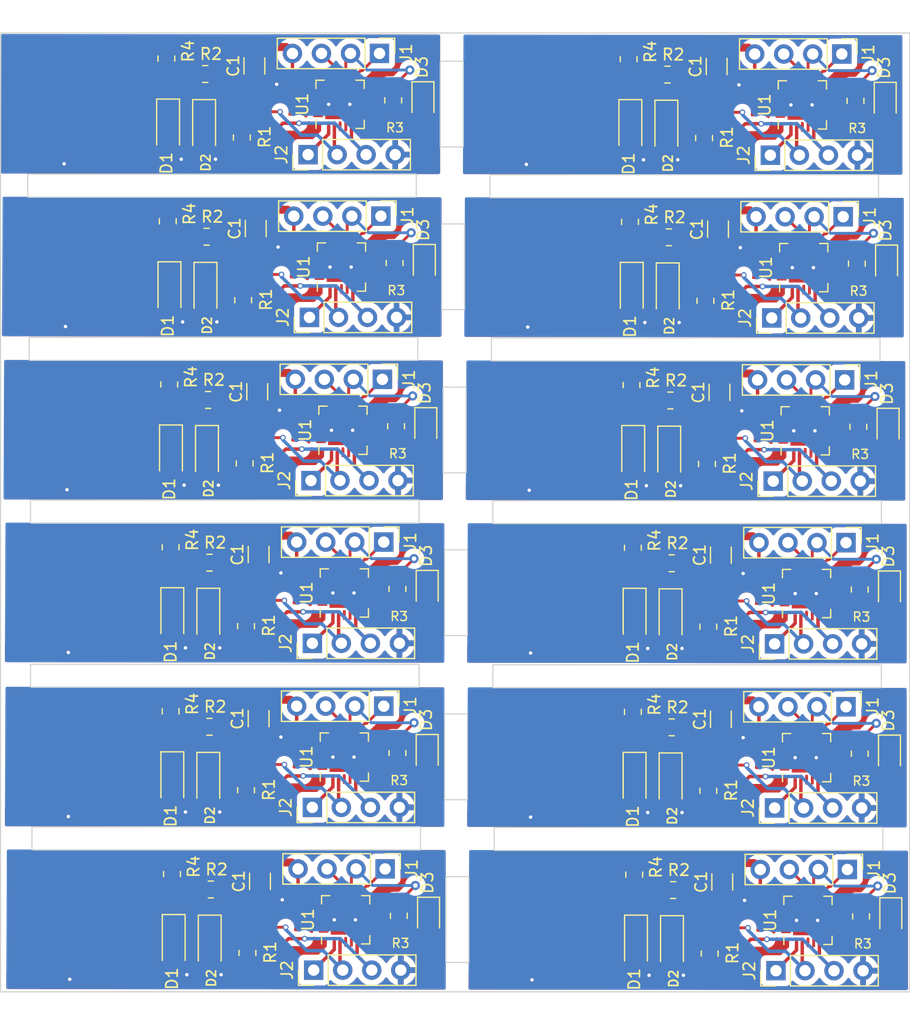
<source format=kicad_pcb>
(kicad_pcb (version 20221018) (generator pcbnew)
  (layers (0 "F.Cu" signal) (31 "B.Cu" signal) (34 "B.Paste" user) (35 "F.Paste" user) (36 "B.SilkS" user "B.Silkscreen") (37 "F.SilkS" user "F.Silkscreen") (38 "B.Mask" user) (39 "F.Mask" user) (44 "Edge.Cuts" user))
  (net 0 "")
  (net 1 "+5V")
  (net 2 "GND")
  (net 3 "Net-(D3-A)")
  (net 4 "Net-(J1-Pin_1)")
  (net 5 "Net-(J1-Pin_2)")
  (net 6 "Net-(J1-Pin_3)")
  (net 7 "Net-(J2-Pin_1)")
  (net 8 "Net-(J2-Pin_2)")
  (net 9 "Net-(J2-Pin_3)")
  (net 22 "Net-(D1-K)")
  (net 23 "Net-(D2-K)")
  (footprint "custom_lib1:PCB_USB_conn" (layer "F.Cu") (at 118.4475 48.8275)
    (fp_text reference "U2" hide)
    (fp_text value "~")
  )
  (footprint "Resistor_SMD:R_0805_2012Metric_Pad1.20x1.40mm_HandSolder" (layer "F.Cu") (at 189.53 105.87 -90)
    (fp_text reference "R3")
    (fp_text value "330R")
  )
  (footprint "Capacitor_SMD:C_1206_3216Metric_Pad1.33x1.80mm_HandSolder" (layer "F.Cu") (at 177.38 102.8575 -90)
    (fp_text reference "C1")
    (fp_text value "100n")
  )
  (footprint "custom_lib1:PCB_USB_conn" (layer "F.Cu") (at 118.9375 120.1375)
    (fp_text reference "U2" hide)
    (fp_text value "~")
  )
  (footprint "Connector_PinHeader_2.54mm:PinHeader_1x04_P2.54mm_Vertical" (layer "F.Cu") (at 182.2 124.85 90)
    (fp_text reference "J2")
    (fp_text value "Conn_01x04")
  )
  (footprint "Connector_PinHeader_2.54mm:PinHeader_1x04_P2.54mm_Vertical" (layer "F.Cu") (at 181.71 53.54 90)
    (fp_text reference "J2")
    (fp_text value "Conn_01x04")
  )
  (footprint "Diode_SMD:D_SOD-123" (layer "F.Cu") (at 172.98 93.82 -90)
    (fp_text reference "D2")
    (fp_text value "3V6")
  )
  (footprint "LED_SMD:LED_0805_2012Metric" (layer "F.Cu") (at 192.13 91.5825 -90)
    (fp_text reference "D3")
    (fp_text value "LED")
  )
  (footprint "Package_DFN_QFN:QFN-20-1EP_4x4mm_P0.5mm_EP2.6x2.6mm" (layer "F.Cu") (at 144.43 106.17 90)
    (fp_text reference "U1")
    (fp_text value "ATtiny85-20M")
  )
  (footprint "Diode_SMD:D_SOD-123" (layer "F.Cu") (at 129.26 79.49 -90)
    (fp_text reference "D1")
    (fp_text value "3V6")
  )
  (footprint "Resistor_SMD:R_0805_2012Metric_Pad1.20x1.40mm_HandSolder" (layer "F.Cu") (at 172.71 46.49 180)
    (fp_text reference "R2")
    (fp_text value "68R")
  )
  (footprint "Connector_PinHeader_2.54mm:PinHeader_1x04_P2.54mm_Vertical" (layer "F.Cu") (at 141.63 110.57 90)
    (fp_text reference "J2")
    (fp_text value "Conn_01x04")
  )
  (footprint "Package_DFN_QFN:QFN-20-1EP_4x4mm_P0.5mm_EP2.6x2.6mm" (layer "F.Cu") (at 184.88 91.87 90)
    (fp_text reference "U1")
    (fp_text value "ATtiny85-20M")
  )
  (footprint "Capacitor_SMD:C_1206_3216Metric_Pad1.33x1.80mm_HandSolder" (layer "F.Cu") (at 177.38 88.5075 -90)
    (fp_text reference "C1")
    (fp_text value "100n")
  )
  (footprint "Resistor_SMD:R_0805_2012Metric_Pad1.20x1.40mm_HandSolder" (layer "F.Cu") (at 173.08 89.22 180)
    (fp_text reference "R2")
    (fp_text value "68R")
  )
  (footprint "LED_SMD:LED_0805_2012Metric" (layer "F.Cu") (at 192.01 77.3525 -90)
    (fp_text reference "D3")
    (fp_text value "LED")
  )
  (footprint "Diode_SMD:D_SOD-123" (layer "F.Cu") (at 169.46 51.04 -90)
    (fp_text reference "D1")
    (fp_text value "3V6")
  )
  (footprint "Diode_SMD:D_SOD-123" (layer "F.Cu") (at 132.41 79.54 -90)
    (fp_text reference "D2")
    (fp_text value "3V6")
  )
  (footprint "Diode_SMD:D_SOD-123" (layer "F.Cu") (at 169.83 93.77 -90)
    (fp_text reference "D1")
    (fp_text value "3V6")
  )
  (footprint "LED_SMD:LED_0805_2012Metric" (layer "F.Cu") (at 151.43 63.0325 -90)
    (fp_text reference "D3")
    (fp_text value "LED")
  )
  (footprint "Resistor_SMD:R_0805_2012Metric_Pad1.20x1.40mm_HandSolder" (layer "F.Cu") (at 128.98 59.32 -90)
    (fp_text reference "R4")
    (fp_text value "1k5")
  )
  (footprint "Capacitor_SMD:C_1206_3216Metric_Pad1.33x1.80mm_HandSolder" (layer "F.Cu") (at 137.05 117.0375 -90)
    (fp_text reference "C1")
    (fp_text value "100n")
  )
  (footprint "Connector_PinHeader_2.54mm:PinHeader_1x04_P2.54mm_Vertical" (layer "F.Cu") (at 147.76 73.14 -90)
    (fp_text reference "J1")
    (fp_text value "Conn_01x04")
  )
  (footprint "Resistor_SMD:R_0805_2012Metric_Pad1.20x1.40mm_HandSolder" (layer "F.Cu") (at 132.38 60.67 180)
    (fp_text reference "R2")
    (fp_text value "68R")
  )
  (footprint "LED_SMD:LED_0805_2012Metric" (layer "F.Cu") (at 151.68 91.5325 -90)
    (fp_text reference "D3")
    (fp_text value "LED")
  )
  (footprint "Resistor_SMD:R_0805_2012Metric_Pad1.20x1.40mm_HandSolder" (layer "F.Cu") (at 129.35 116.4 -90)
    (fp_text reference "R4")
    (fp_text value "1k5")
  )
  (footprint "custom_lib1:PCB_USB_conn" (layer "F.Cu") (at 118.8175 105.9075)
    (fp_text reference "U2" hide)
    (fp_text value "~")
  )
  (footprint "Diode_SMD:D_SOD-123" (layer "F.Cu") (at 129.01 50.99 -90)
    (fp_text reference "D1")
    (fp_text value "3V6")
  )
  (footprint "LED_SMD:LED_0805_2012Metric" (layer "F.Cu") (at 191.88 63.0825 -90)
    (fp_text reference "D3")
    (fp_text value "LED")
  )
  (footprint "Connector_PinHeader_2.54mm:PinHeader_1x04_P2.54mm_Vertical" (layer "F.Cu") (at 182.08 96.27 90)
    (fp_text reference "J2")
    (fp_text value "Conn_01x04")
  )
  (footprint "Capacitor_SMD:C_1206_3216Metric_Pad1.33x1.80mm_HandSolder" (layer "F.Cu") (at 136.68 59.9575 -90)
    (fp_text reference "C1")
    (fp_text value "100n")
  )
  (footprint "custom_lib1:PCB_USB_conn" (layer "F.Cu") (at 159.2675 91.6075)
    (fp_text reference "U2" hide)
    (fp_text value "~")
  )
  (footprint "Diode_SMD:D_SOD-123" (layer "F.Cu") (at 132.53 93.77 -90)
    (fp_text reference "D2")
    (fp_text value "3V6")
  )
  (footprint "Connector_PinHeader_2.54mm:PinHeader_1x04_P2.54mm_Vertical" (layer "F.Cu") (at 141.26 53.49 90)
    (fp_text reference "J2")
    (fp_text value "Conn_01x04")
  )
  (footprint "Diode_SMD:D_SOD-123" (layer "F.Cu") (at 129.38 93.72 -90)
    (fp_text reference "D1")
    (fp_text value "3V6")
  )
  (footprint "Connector_PinHeader_2.54mm:PinHeader_1x04_P2.54mm_Vertical" (layer "F.Cu") (at 148 115.95 -90)
    (fp_text reference "J1")
    (fp_text value "Conn_01x04")
  )
  (footprint "Package_DFN_QFN:QFN-20-1EP_4x4mm_P0.5mm_EP2.6x2.6mm" (layer "F.Cu") (at 144.31 77.59 90)
    (fp_text reference "U1")
    (fp_text value "ATtiny85-20M")
  )
  (footprint "Resistor_SMD:R_0805_2012Metric_Pad1.20x1.40mm_HandSolder" (layer "F.Cu") (at 135.46 51.99 90)
    (fp_text reference "R1")
    (fp_text value "68R")
  )
  (footprint "Resistor_SMD:R_0805_2012Metric_Pad1.20x1.40mm_HandSolder" (layer "F.Cu") (at 135.58 66.22 90)
    (fp_text reference "R1")
    (fp_text value "68R")
  )
  (footprint "Diode_SMD:D_SOD-123" (layer "F.Cu") (at 132.16 51.04 -90)
    (fp_text reference "D2")
    (fp_text value "3V6")
  )
  (footprint "Connector_PinHeader_2.54mm:PinHeader_1x04_P2.54mm_Vertical" (layer "F.Cu") (at 187.96 44.69 -90)
    (fp_text reference "J1")
    (fp_text value "Conn_01x04")
  )
  (footprint "Resistor_SMD:R_0805_2012Metric_Pad1.20x1.40mm_HandSolder" (layer "F.Cu") (at 135.71 80.49 90)
    (fp_text reference "R1")
    (fp_text value "68R")
  )
  (footprint "Diode_SMD:D_SOD-123" (layer "F.Cu") (at 132.65 122.35 -90)
    (fp_text reference "D2")
    (fp_text value "3V6")
  )
  (footprint "LED_SMD:LED_0805_2012Metric" (layer "F.Cu") (at 192.13 105.9325 -90)
    (fp_text reference "D3")
    (fp_text value "LED")
  )
  (footprint "Resistor_SMD:R_0805_2012Metric_Pad1.20x1.40mm_HandSolder" (layer "F.Cu") (at 169.56 73.64 -90)
    (fp_text reference "R4")
    (fp_text value "1k5")
  )
  (footprint "Resistor_SMD:R_0805_2012Metric_Pad1.20x1.40mm_HandSolder" (layer "F.Cu") (at 189.41 77.29 -90)
    (fp_text reference "R3")
    (fp_text value "330R")
  )
  (footprint "Resistor_SMD:R_0805_2012Metric_Pad1.20x1.40mm_HandSolder" (layer "F.Cu") (at 169.68 102.22 -90)
    (fp_text reference "R4")
    (fp_text value "1k5")
  )
  (footprint "Resistor_SMD:R_0805_2012Metric_Pad1.20x1.40mm_HandSolder" (layer "F.Cu") (at 169.8 116.45 -90)
    (fp_text reference "R4")
    (fp_text value "1k5")
  )
  (footprint "Resistor_SMD:R_0805_2012Metric_Pad1.20x1.40mm_HandSolder" (layer "F.Cu") (at 149.08 91.47 -90)
    (fp_text reference "R3")
    (fp_text value "330R")
  )
  (footprint "Resistor_SMD:R_0805_2012Metric_Pad1.20x1.40mm_HandSolder" (layer "F.Cu") (at 149.2 120.05 -90)
    (fp_text reference "R3")
    (fp_text value "330R")
  )
  (footprint "Resistor_SMD:R_0805_2012Metric_Pad1.20x1.40mm_HandSolder" (layer "F.Cu") (at 149.08 105.82 -90)
    (fp_text reference "R3")
    (fp_text value "330R")
  )
  (footprint "Resistor_SMD:R_0805_2012Metric_Pad1.20x1.40mm_HandSolder" (layer "F.Cu") (at 189.16 48.79 -90)
    (fp_text reference "R3")
    (fp_text value "330R")
  )
  (footprint "Capacitor_SMD:C_1206_3216Metric_Pad1.33x1.80mm_HandSolder" (layer "F.Cu") (at 177.13 60.0075 -90)
    (fp_text reference "C1")
    (fp_text value "100n")
  )
  (footprint "Package_DFN_QFN:QFN-20-1EP_4x4mm_P0.5mm_EP2.6x2.6mm" (layer "F.Cu") (at 185 120.45 90)
    (fp_text reference "U1")
    (fp_text value "ATtiny85-20M")
  )
  (footprint "Resistor_SMD:R_0805_2012Metric_Pad1.20x1.40mm_HandSolder" (layer "F.Cu") (at 189.28 63.02 -90)
    (fp_text reference "R3")
    (fp_text value "330R")
  )
  (footprint "Resistor_SMD:R_0805_2012Metric_Pad1.20x1.40mm_HandSolder" (layer "F.Cu") (at 176.03 66.27 90)
    (fp_text reference "R1")
    (fp_text value "68R")
  )
  (footprint "Connector_PinHeader_2.54mm:PinHeader_1x04_P2.54mm_Vertical" (layer "F.Cu") (at 188.33 87.42 -90)
    (fp_text reference "J1")
    (fp_text value "Conn_01x04")
  )
  (footprint "Resistor_SMD:R_0805_2012Metric_Pad1.20x1.40mm_HandSolder" (layer "F.Cu") (at 135.83 94.72 90)
    (fp_text reference "R1")
    (fp_text value "68R")
  )
  (footprint "custom_lib1:PCB_USB_conn" (layer "F.Cu") (at 118.5675 63.0575)
    (fp_text reference "U2" hide)
    (fp_text value "~")
  )
  (footprint "LED_SMD:LED_0805_2012Metric" (layer "F.Cu") (at 192.25 120.1625 -90)
    (fp_text reference "D3")
    (fp_text value "LED")
  )
  (footprint "Connector_PinHeader_2.54mm:PinHeader_1x04_P2.54mm_Vertical" (layer "F.Cu") (at 141.38 67.72 90)
    (fp_text reference "J2")
    (fp_text value "Conn_01x04")
  )
  (footprint "Connector_PinHeader_2.54mm:PinHeader_1x04_P2.54mm_Vertical" (layer "F.Cu") (at 188.45 116 -90)
    (fp_text reference "J1")
    (fp_text value "Conn_01x04")
  )
  (footprint "Package_DFN_QFN:QFN-20-1EP_4x4mm_P0.5mm_EP2.6x2.6mm" (layer "F.Cu") (at 184.51 49.14 90)
    (fp_text reference "U1")
    (fp_text value "ATtiny85-20M")
  )
  (footprint "Connector_PinHeader_2.54mm:PinHeader_1x04_P2.54mm_Vertical" (layer "F.Cu") (at 141.51 81.99 90)
    (fp_text reference "J2")
    (fp_text value "Conn_01x04")
  )
  (footprint "Package_DFN_QFN:QFN-20-1EP_4x4mm_P0.5mm_EP2.6x2.6mm" (layer "F.Cu") (at 144.55 120.4 90)
    (fp_text reference "U1")
    (fp_text value "ATtiny85-20M")
  )
  (footprint "LED_SMD:LED_0805_2012Metric" (layer "F.Cu") (at 191.76 48.8525 -90)
    (fp_text reference "D3")
    (fp_text value "LED")
  )
  (footprint "Diode_SMD:D_SOD-123" (layer "F.Cu") (at 169.83 108.12 -90)
    (fp_text reference "D1")
    (fp_text value "3V6")
  )
  (footprint "Diode_SMD:D_SOD-123" (layer "F.Cu") (at 129.38 108.07 -90)
    (fp_text reference "D1")
    (fp_text value "3V6")
  )
  (footprint "custom_lib1:PCB_USB_conn" (layer "F.Cu") (at 158.8975 48.8775)
    (fp_text reference "U2" hide)
    (fp_text value "~")
  )
  (footprint "Package_DFN_QFN:QFN-20-1EP_4x4mm_P0.5mm_EP2.6x2.6mm" (layer "F.Cu") (at 144.18 63.32 90)
    (fp_text reference "U1")
    (fp_text value "ATtiny85-20M")
  )
  (footprint "Capacitor_SMD:C_1206_3216Metric_Pad1.33x1.80mm_HandSolder" (layer "F.Cu") (at 177.01 45.7775 -90)
    (fp_text reference "C1")
    (fp_text value "100n")
  )
  (footprint "Connector_PinHeader_2.54mm:PinHeader_1x04_P2.54mm_Vertical" (layer "F.Cu") (at 147.63 58.87 -90)
    (fp_text reference "J1")
    (fp_text value "Conn_01x04")
  )
  (footprint "LED_SMD:LED_0805_2012Metric" (layer "F.Cu") (at 151.8 120.1125 -90)
    (fp_text reference "D3")
    (fp_text value "LED")
  )
  (footprint "Resistor_SMD:R_0805_2012Metric_Pad1.20x1.40mm_HandSolder" (layer "F.Cu") (at 132.63 103.52 180)
    (fp_text reference "R2")
    (fp_text value "68R")
  )
  (footprint "Connector_PinHeader_2.54mm:PinHeader_1x04_P2.54mm_Vertical" (layer "F.Cu") (at 188.33 101.77 -90)
    (fp_text reference "J1")
    (fp_text value "Conn_01x04")
  )
  (footprint "Resistor_SMD:R_0805_2012Metric_Pad1.20x1.40mm_HandSolder" (layer "F.Cu") (at 128.86 45.09 -90)
    (fp_text reference "R4")
    (fp_text value "1k5")
  )
  (footprint "Resistor_SMD:R_0805_2012Metric_Pad1.20x1.40mm_HandSolder" (layer "F.Cu") (at 169.43 59.37 -90)
    (fp_text reference "R4")
    (fp_text value "1k5")
  )
  (footprint "Diode_SMD:D_SOD-123" (layer "F.Cu") (at 172.73 65.32 -90)
    (fp_text reference "D2")
    (fp_text value "3V6")
  )
  (footprint "Package_DFN_QFN:QFN-20-1EP_4x4mm_P0.5mm_EP2.6x2.6mm" (layer "F.Cu") (at 144.06 49.09 90)
    (fp_text reference "U1")
    (fp_text value "ATtiny85-20M")
  )
  (footprint "Capacitor_SMD:C_1206_3216Metric_Pad1.33x1.80mm_HandSolder" (layer "F.Cu") (at 177.26 74.2775 -90)
    (fp_text reference "C1")
    (fp_text value "100n")
  )
  (footprint "custom_lib1:PCB_USB_conn" (layer "F.Cu") (at 159.1475 77.3775)
    (fp_text reference "U2" hide)
    (fp_text value "~")
  )
  (footprint "Resistor_SMD:R_0805_2012Metric_Pad1.20x1.40mm_HandSolder" (layer "F.Cu") (at 129.23 87.82 -90)
    (fp_text reference "R4")
    (fp_text value "1k5")
  )
  (footprint "Package_DFN_QFN:QFN-20-1EP_4x4mm_P0.5mm_EP2.6x2.6mm" (layer "F.Cu") (at 144.43 91.82 90)
    (fp_text reference "U1")
    (fp_text value "ATtiny85-20M")
  )
  (footprint "Connector_PinHeader_2.54mm:PinHeader_1x04_P2.54mm_Vertical" (layer "F.Cu") (at 141.63 96.22 90)
    (fp_text reference "J2")
    (fp_text value "Conn_01x04")
  )
  (footprint "Capacitor_SMD:C_1206_3216Metric_Pad1.33x1.80mm_HandSolder" (layer "F.Cu") (at 136.93 88.4575 -90)
    (fp_text reference "C1")
    (fp_text value "100n")
  )
  (footprint "Resistor_SMD:R_0805_2012Metric_Pad1.20x1.40mm_HandSolder" (layer "F.Cu") (at 148.71 48.74 -90)
    (fp_text reference "R3")
    (fp_text value "330R")
  )
  (footprint "Diode_SMD:D_SOD-123" (layer "F.Cu") (at 129.5 122.3 -90)
    (fp_text reference "D1")
    (fp_text value "3V6")
  )
  (footprint "Resistor_SMD:R_0805_2012Metric_Pad1.20x1.40mm_HandSolder" (layer "F.Cu") (at 176.28 94.77 90)
    (fp_text reference "R1")
    (fp_text value "68R")
  )
  (footprint "Capacitor_SMD:C_1206_3216Metric_Pad1.33x1.80mm_HandSolder" (layer "F.Cu") (at 177.5 117.0875 -90)
    (fp_text reference "C1")
    (fp_text value "100n")
  )
  (footprint "Resistor_SMD:R_0805_2012Metric_Pad1.20x1.40mm_HandSolder" (layer "F.Cu") (at 129.23 102.17 -90)
    (fp_text reference "R4")
    (fp_text value "1k5")
  )
  (footprint "LED_SMD:LED_0805_2012Metric" (layer "F.Cu") (at 151.56 77.3025 -90)
    (fp_text reference "D3")
    (fp_text value "LED")
  )
  (footprint "Package_DFN_QFN:QFN-20-1EP_4x4mm_P0.5mm_EP2.6x2.6mm" (layer "F.Cu") (at 184.76 77.64 90)
    (fp_text reference "U1")
    (fp_text value "ATtiny85-20M")
  )
  (footprint "Diode_SMD:D_SOD-123" (layer "F.Cu") (at 129.13 65.22 -90)
    (fp_text reference "D1")
    (fp_text value "3V6")
  )
  (footprint "Diode_SMD:D_SOD-123" (layer "F.Cu") (at 169.71 79.54 -90)
    (fp_text reference "D1")
    (fp_text value "3V6")
  )
  (footprint "Resistor_SMD:R_0805_2012Metric_Pad1.20x1.40mm_HandSolder" (layer "F.Cu") (at 189.65 120.1 -90)
    (fp_text reference "R3")
    (fp_text value "330R")
  )
  (footprint "Diode_SMD:D_SOD-123" (layer "F.Cu") (at 169.95 122.35 -90)
    (fp_text reference "D1")
    (fp_text value "3V6")
  )
  (footprint "Diode_SMD:D_SOD-123" (layer "F.Cu") (at 132.53 108.12 -90)
    (fp_text reference "D2")
    (fp_text value "3V6")
  )
  (footprint "Capacitor_SMD:C_1206_3216Metric_Pad1.33x1.80mm_HandSolder" (layer "F.Cu") (at 136.81 74.2275 -90)
    (fp_text reference "C1")
    (fp_text value "100n")
  )
  (footprint "Resistor_SMD:R_0805_2012Metric_Pad1.20x1.40mm_HandSolder" (layer "F.Cu") (at 132.75 117.75 180)
    (fp_text reference "R2")
    (fp_text value "68R")
  )
  (footprint "LED_SMD:LED_0805_2012Metric" (layer "F.Cu") (at 151.68 105.8825 -90)
    (fp_text reference "D3")
    (fp_text value "LED")
  )
  (footprint "Resistor_SMD:R_0805_2012Metric_Pad1.20x1.40mm_HandSolder" (layer "F.Cu") (at 175.91 52.04 90)
    (fp_text reference "R1")
    (fp_text value "68R")
  )
  (footprint "Resistor_SMD:R_0805_2012Metric_Pad1.20x1.40mm_HandSolder" (layer "F.Cu") (at 176.16 80.54 90)
    (fp_text reference "R1")
    (fp_text value "68R")
  )
  (footprint "Diode_SMD:D_SOD-123" (layer "F.Cu") (at 132.28 65.27 -90)
    (fp_text reference "D2")
    (fp_text value "3V6")
  )
  (footprint "Resistor_SMD:R_0805_2012Metric_Pad1.20x1.40mm_HandSolder" (layer "F.Cu") (at 135.95 123.3 90)
    (fp_text reference "R1")
    (fp_text value "68R")
  )
  (footprint "LED_SMD:LED_0805_2012Metric" (layer "F.Cu") (at 151.31 48.8025 -90)
    (fp_text reference "D3")
    (fp_text value "LED")
  )
  (footprint "Connector_PinHeader_2.54mm:PinHeader_1x04_P2.54mm_Vertical" (layer "F.Cu") (at 188.21 73.19 -90)
    (fp_text reference "J1")
    (fp_text value "Conn_01x04")
  )
  (footprint "custom_lib1:PCB_USB_conn" (layer "F.Cu") (at 159.2675 105.9575)
    (fp_text reference "U2" hide)
    (fp_text value "~")
  )
  (footprint "Connector_PinHeader_2.54mm:PinHeader_1x04_P2.54mm_Vertical" (layer "F.Cu") (at 181.96 82.04 90)
    (fp_text reference "J2")
    (fp_text value "Conn_01x04")
  )
  (footprint "Connector_PinHeader_2.54mm:PinHeader_1x04_P2.54mm_Vertical" (layer "F.Cu") (at 147.51 44.64 -90)
    (fp_text reference "J1")
    (fp_text value "Conn_01x04")
  )
  (footprint "Resistor_SMD:R_0805_2012Metric_Pad1.20x1.40mm_HandSolder" (layer "F.Cu") (at 172.96 74.99 180)
    (fp_text reference "R2")
    (fp_text value "68R")
  )
  (footprint "Resistor_SMD:R_0805_2012Metric_Pad1.20x1.40mm_HandSolder" (layer "F.Cu") (at 172.83 60.72 180)
    (fp_text reference "R2")
    (fp_text value "68R")
  )
  (footprint "Connector_PinHeader_2.54mm:PinHeader_1x04_P2.54mm_Vertical" (layer "F.Cu") (at 182.08 110.62 90)
    (fp_text reference "J2")
    (fp_text value "Conn_01x04")
  )
  (footprint "Resistor_SMD:R_0805_2012Metric_Pad1.20x1.40mm_HandSolder" (layer "F.Cu") (at 135.83 109.07 90)
    (fp_text reference "R1")
    (fp_text value "68R")
  )
  (footprint "Diode_SMD:D_SOD-123" (layer "F.Cu") (at 172.61 51.09 -90)
    (fp_text reference "D2")
    (fp_text value "3V6")
  )
  (footprint "Resistor_SMD:R_0805_2012Metric_Pad1.20x1.40mm_HandSolder" (layer "F.Cu") (at 132.51 74.94 180)
    (fp_text reference "R2")
    (fp_text value "68R")
  )
  (footprint "Connector_PinHeader_2.54mm:PinHeader_1x04_P2.54mm_Vertical" (layer "F.Cu") (at 141.75 124.8 90)
    (fp_text reference "J2")
    (fp_text value "Conn_01x04")
  )
  (footprint "Connector_PinHeader_2.54mm:PinHeader_1x04_P2.54mm_Vertical" (layer "F.Cu") (at 181.83 67.77 90)
    (fp_text reference "J2")
    (fp_text value "Conn_01x04")
  )
  (footprint "Resistor_SMD:R_0805_2012Metric_Pad1.20x1.40mm_HandSolder" (layer "F.Cu") (at 169.31 45.14 -90)
    (fp_text reference "R4")
    (fp_text value "1k5")
  )
  (footprint "Capacitor_SMD:C_1206_3216Metric_Pad1.33x1.80mm_HandSolder" (layer "F.Cu") (at 136.93 102.8075 -90)
    (fp_text reference "C1")
    (fp_text value "100n")
  )
  (footprint "Package_DFN_QFN:QFN-20-1EP_4x4mm_P0.5mm_EP2.6x2.6mm" (layer "F.Cu") (at 184.63 63.37 90)
    (fp_text reference "U1")
    (fp_text value "ATtiny85-20M")
  )
  (footprint "Resistor_SMD:R_0805_2012Metric_Pad1.20x1.40mm_HandSolder" (layer "F.Cu") (at 148.83 62.97 -90)
    (fp_text reference "R3")
    (fp_text value "330R")
  )
  (footprint "Diode_SMD:D_SOD-123" (layer "F.Cu") (at 173.1 122.4 -90)
    (fp_text reference "D2")
    (fp_text value "3V6")
  )
  (footprint "Diode_SMD:D_SOD-123" (layer "F.Cu") (at 172.86 79.59 -90)
    (fp_text reference "D2")
    (fp_text value "3V6")
  )
  (footprint "Resistor_SMD:R_0805_2012Metric_Pad1.20x1.40mm_HandSolder" (layer "F.Cu") (at 173.2 117.8 180)
    (fp_text reference "R2")
    (fp_text value "68R")
  )
  (footprint "Resistor_SMD:R_0805_2012Metric_Pad1.20x1.40mm_HandSolder" (layer "F.Cu") (at 148.96 77.24 -90)
    (fp_text reference "R3")
    (fp_text value "330R")
  )
  (footprint "custom_lib1:PCB_USB_conn" (layer "F.Cu") (at 118.6975 77.3275)
    (fp_text reference "U2" hide)
    (fp_text value "~")
  )
  (footprint "Resistor_SMD:R_0805_2012Metric_Pad1.20x1.40mm_HandSolder" (layer "F.Cu") (at 176.4 123.35 90)
    (fp_text reference "R1")
    (fp_text value "68R")
  )
  (footprint "Resistor_SMD:R_0805_2012Metric_Pad1.20x1.40mm_HandSolder" (layer "F.Cu") (at 176.28 109.12 90)
    (fp_text reference "R1")
    (fp_text value "68R")
  )
  (footprint "Resistor_SMD:R_0805_2012Metric_Pad1.20x1.40mm_HandSolder" (layer "F.Cu") (at 129.11 73.59 -90)
    (fp_text reference "R4")
    (fp_text value "1k5")
  )
  (footprint "Diode_SMD:D_SOD-123" (layer "F.Cu") (at 169.58 65.27 -90)
    (fp_text reference "D1")
    (fp_text value "3V6")
  )
  (footprint "Package_DFN_QFN:QFN-20-1EP_4x4mm_P0.5mm_EP2.6x2.6mm" (layer "F.Cu") (at 184.88 106.22 90)
    (fp_text reference "U1")
    (fp_text value "ATtiny85-20M")
  )
  (footprint "Resistor_SMD:R_0805_2012Metric_Pad1.20x1.40mm_HandSolder" (layer "F.Cu") (at 189.53 91.52 -90)
    (fp_text reference "R3")
    (fp_text value "330R")
  )
  (footprint "Resistor_SMD:R_0805_2012Metric_Pad1.20x1.40mm_HandSolder" (layer "F.Cu") (at 132.63 89.17 180)
    (fp_text reference "R2")
    (fp_text value "68R")
  )
  (footprint "Connector_PinHeader_2.54mm:PinHeader_1x04_P2.54mm_Vertical" (layer "F.Cu") (at 188.08 58.92 -90)
    (fp_text reference "J1")
    (fp_text value "Conn_01x04")
  )
  (footprint "Resistor_SMD:R_0805_2012Metric_Pad1.20x1.40mm_HandSolder" (layer "F.Cu") (at 173.08 103.57 180)
    (fp_text reference "R2")
    (fp_text value "68R")
  )
  (footprint "custom_lib1:PCB_USB_conn" (layer "F.Cu") (at 159.0175 63.1075)
    (fp_text reference "U2" hide)
    (fp_text value "~")
  )
  (footprint "Capacitor_SMD:C_1206_3216Metric_Pad1.33x1.80mm_HandSolder" (layer "F.Cu") (at 136.56 45.7275 -90)
    (fp_text reference "C1")
    (fp_text value "100n")
  )
  (footprint "Resistor_SMD:R_0805_2012Metric_Pad1.20x1.40mm_HandSolder" (layer "F.Cu") (at 169.68 87.87 -90)
    (fp_text reference "R4")
    (fp_text value "1k5")
  )
  (footprint "custom_lib1:PCB_USB_conn" (layer "F.Cu") (at 159.3875 120.1875)
    (fp_text reference "U2" hide)
    (fp_text value "~")
  )
  (footprint "Resistor_SMD:R_0805_2012Metric_Pad1.20x1.40mm_HandSolder" (layer "F.Cu") (at 132.26 46.44 180)
    (fp_text reference "R2")
    (fp_text value "68R")
  )
  (footprint "Diode_SMD:D_SOD-123" (layer "F.Cu") (at 172.98 108.17 -90)
    (fp_text reference "D2")
    (fp_text value "3V6")
  )
  (footprint "Connector_PinHeader_2.54mm:PinHeader_1x04_P2.54mm_Vertical" (layer "F.Cu") (at 147.88 101.72 -90)
    (fp_text reference "J1")
    (fp_text value "Conn_01x04")
  )
  (footprint "Connector_PinHeader_2.54mm:PinHeader_1x04_P2.54mm_Vertical" (layer "F.Cu") (at 147.88 87.37 -90)
    (fp_text reference "J1")
    (fp_text value "Conn_01x04")
  )
  (footprint "custom_lib1:PCB_USB_conn" (layer "F.Cu") (at 118.8175 91.5575)
    (fp_text reference "U2" hide)
    (fp_text value "~")
  )
  (gr_rect (start 116.975 98.05) (end 150.975 100.05) (stroke (width 0.1)) (fill none) (layer "Edge.Cuts"))
  (gr_rect (start 157.425 98.1) (end 191.425 100.1) (stroke (width 0.1)) (fill none) (layer "Edge.Cuts"))
  (gr_rect (start 152.83 45.32) (end 154.83 52.82) (stroke (width 0.1)) (fill none) (layer "Edge.Cuts"))
  (gr_rect (start 152.95 59.55) (end 154.95 67.05) (stroke (width 0.1)) (fill none) (layer "Edge.Cuts"))
  (gr_rect (start 117.095 112.28) (end 151.095 114.28) (stroke (width 0.1)) (fill none) (layer "Edge.Cuts"))
  (gr_rect (start 157.545 112.33) (end 191.545 114.33) (stroke (width 0.1)) (fill none) (layer "Edge.Cuts"))
  (gr_rect (start 114.35 42.85) (end 193.9 126.7) (stroke (width 0.1)) (fill none) (layer "Edge.Cuts"))
  (gr_rect (start 157.425 83.75) (end 191.425 85.75) (stroke (width 0.1)) (fill none) (layer "Edge.Cuts"))
  (gr_rect (start 153.08 73.82) (end 155.08 81.32) (stroke (width 0.1)) (fill none) (layer "Edge.Cuts"))
  (gr_rect (start 157.305 69.52) (end 191.305 71.52) (stroke (width 0.1)) (fill none) (layer "Edge.Cuts"))
  (gr_rect (start 116.725 55.2) (end 150.725 57.2) (stroke (width 0.1)) (fill none) (layer "Edge.Cuts"))
  (gr_rect (start 157.175 55.25) (end 191.175 57.25) (stroke (width 0.1)) (fill none) (layer "Edge.Cuts"))
  (gr_rect (start 116.975 83.7) (end 150.975 85.7) (stroke (width 0.1)) (fill none) (layer "Edge.Cuts"))
  (gr_rect (start 116.855 69.47) (end 150.855 71.47) (stroke (width 0.1)) (fill none) (layer "Edge.Cuts"))
  (gr_rect (start 153.2 102.4) (end 155.2 109.9) (stroke (width 0.1)) (fill none) (layer "Edge.Cuts"))
  (gr_rect (start 153.32 116.63) (end 155.32 124.13) (stroke (width 0.1)) (fill none) (layer "Edge.Cuts"))
  (gr_rect (start 153.2 88.05) (end 155.2 95.55) (stroke (width 0.1)) (fill none) (layer "Edge.Cuts"))
  (segment (start 140.955 89.895) (end 140.26 89.2) (width 0.3) (layer "F.Cu") (net 1))
  (segment (start 140.585 47.165) (end 139.89 46.47) (width 0.3) (layer "F.Cu") (net 1))
  (segment (start 177.8 115.4375) (end 180.2675 115.4375) (width 0.7) (layer "F.Cu") (net 1))
  (segment (start 126.03 58.32) (end 128.98 58.32) (width 0.7) (layer "F.Cu") (net 1))
  (segment (start 165.7425 102.2075) (end 166.73 101.22) (width 0.7) (layer "F.Cu") (net 1))
  (segment (start 169.43 58.37) (end 177.4175 58.37) (width 0.7) (layer "F.Cu") (net 1))
  (segment (start 159.2675 102.2075) (end 165.7425 102.2075) (width 0.7) (layer "F.Cu") (net 1))
  (segment (start 118.8175 102.1575) (end 125.2925 102.1575) (width 0.7) (layer "F.Cu") (net 1))
  (segment (start 177.6675 86.87) (end 177.68 86.8575) (width 0.7) (layer "F.Cu") (net 1))
  (segment (start 143.31 75.665) (end 140.835 75.665) (width 0.3) (layer "F.Cu") (net 1))
  (segment (start 177.6675 101.22) (end 177.68 101.2075) (width 0.7) (layer "F.Cu") (net 1))
  (segment (start 143.43 104.245) (end 140.955 104.245) (width 0.3) (layer "F.Cu") (net 1))
  (segment (start 137.3375 115.4) (end 137.35 115.3875) (width 0.7) (layer "F.Cu") (net 1))
  (segment (start 125.91 44.09) (end 128.86 44.09) (width 0.7) (layer "F.Cu") (net 1))
  (segment (start 180.83 117.83) (end 180.83 116) (width 0.3) (layer "F.Cu") (net 1))
  (segment (start 166.85 115.45) (end 169.8 115.45) (width 0.7) (layer "F.Cu") (net 1))
  (segment (start 126.28 101.17) (end 129.23 101.17) (width 0.7) (layer "F.Cu") (net 1))
  (segment (start 140.14 74.97) (end 140.14 73.14) (width 0.3) (layer "F.Cu") (net 1))
  (segment (start 143.18 61.395) (end 140.705 61.395) (width 0.3) (layer "F.Cu") (net 1))
  (segment (start 136.9675 58.32) (end 136.98 58.3075) (width 0.7) (layer "F.Cu") (net 1))
  (segment (start 165.6225 73.6275) (end 166.61 72.64) (width 0.7) (layer "F.Cu") (net 1))
  (segment (start 166.73 101.22) (end 169.68 101.22) (width 0.7) (layer "F.Cu") (net 1))
  (segment (start 180.1475 101.2075) (end 180.71 101.77) (width 0.7) (layer "F.Cu") (net 1))
  (segment (start 126.4 115.4) (end 129.35 115.4) (width 0.7) (layer "F.Cu") (net 1))
  (segment (start 177.2975 44.14) (end 177.31 44.1275) (width 0.7) (layer "F.Cu") (net 1))
  (segment (start 165.3725 45.1275) (end 166.36 44.14) (width 0.7) (layer "F.Cu") (net 1))
  (segment (start 125.1725 73.5775) (end 126.16 72.59) (width 0.7) (layer "F.Cu") (net 1))
  (segment (start 128.86 44.09) (end 136.8475 44.09) (width 0.7) (layer "F.Cu") (net 1))
  (segment (start 139.5775 72.5775) (end 140.14 73.14) (width 0.7) (layer "F.Cu") (net 1))
  (segment (start 137.2175 86.82) (end 137.23 86.8075) (width 0.7) (layer "F.Cu") (net 1))
  (segment (start 165.4925 59.3575) (end 166.48 58.37) (width 0.7) (layer "F.Cu") (net 1))
  (segment (start 184 118.525) (end 181.525 118.525) (width 0.3) (layer "F.Cu") (net 1))
  (segment (start 125.0425 59.3075) (end 126.03 58.32) (width 0.7) (layer "F.Cu") (net 1))
  (segment (start 137.35 115.3875) (end 139.8175 115.3875) (width 0.7) (layer "F.Cu") (net 1))
  (segment (start 139.4475 58.3075) (end 140.01 58.87) (width 0.7) (layer "F.Cu") (net 1))
  (segment (start 179.8975 58.3575) (end 180.46 58.92) (width 0.7) (layer "F.Cu") (net 1))
  (segment (start 169.68 86.87) (end 177.6675 86.87) (width 0.7) (layer "F.Cu") (net 1))
  (segment (start 139.89 46.47) (end 139.89 44.64) (width 0.3) (layer "F.Cu") (net 1))
  (segment (start 137.11 72.5775) (end 139.5775 72.5775) (width 0.7) (layer "F.Cu") (net 1))
  (segment (start 118.9375 116.3875) (end 125.4125 116.3875) (width 0.7) (layer "F.Cu") (net 1))
  (segment (start 136.86 44.0775) (end 139.3275 44.0775) (width 0.7) (layer "F.Cu") (net 1))
  (segment (start 166.48 58.37) (end 169.43 58.37) (width 0.7) (layer "F.Cu") (net 1))
  (segment (start 125.4125 116.3875) (end 126.4 115.4) (width 0.7) (layer "F.Cu") (net 1))
  (segment (start 177.31 44.1275) (end 179.7775 44.1275) (width 0.7) (layer "F.Cu") (net 1))
  (segment (start 169.8 115.45) (end 177.7875 115.45) (width 0.7) (layer "F.Cu") (net 1))
  (segment (start 180.1475 86.8575) (end 180.71 87.42) (width 0.7) (layer "F.Cu") (net 1))
  (segment (start 137.23 101.1575) (end 139.6975 101.1575) (width 0.7) (layer "F.Cu") (net 1))
  (segment (start 140.26 89.2) (end 140.26 87.37) (width 0.3) (layer "F.Cu") (net 1))
  (segment (start 139.6975 101.1575) (end 140.26 101.72) (width 0.7) (layer "F.Cu") (net 1))
  (segment (start 129.23 86.82) (end 137.2175 86.82) (width 0.7) (layer "F.Cu") (net 1))
  (segment (start 137.23 86.8075) (end 139.6975 86.8075) (width 0.7) (layer "F.Cu") (net 1))
  (segment (start 181.405 89.945) (end 180.71 89.25) (width 0.3) (layer "F.Cu") (net 1))
  (segment (start 183.63 61.445) (end 181.155 61.445) (width 0.3) (layer "F.Cu") (net 1))
  (segment (start 165.7425 87.8575) (end 166.73 86.87) (width 0.7) (layer "F.Cu") (net 1))
  (segment (start 118.6975 73.5775) (end 125.1725 73.5775) (width 0.7) (layer "F.Cu") (net 1))
  (segment (start 177.4175 58.37) (end 177.43 58.3575) (width 0.7) (layer "F.Cu") (net 1))
  (segment (start 183.76 75.715) (end 181.285 75.715) (width 0.3) (layer "F.Cu") (net 1))
  (segment (start 129.23 101.17) (end 137.2175 101.17) (width 0.7) (layer "F.Cu") (net 1))
  (segment (start 181.525 118.525) (end 180.83 117.83) (width 0.3) (layer "F.Cu") (net 1))
  (segment (start 139.6975 86.8075) (end 140.26 87.37) (width 0.7) (layer "F.Cu") (net 1))
  (segment (start 180.2675 115.4375) (end 180.83 116) (width 0.7) (layer "F.Cu") (net 1))
  (segment (start 181.035 47.215) (end 180.34 46.52) (width 0.3) (layer "F.Cu") (net 1))
  (segment (start 139.8175 115.3875) (end 140.38 115.95) (width 0.7) (layer "F.Cu") (net 1))
  (segment (start 166.73 86.87) (end 169.68 86.87) (width 0.7) (layer "F.Cu") (net 1))
  (segment (start 124.9225 45.0775) (end 125.91 44.09) (width 0.7) (layer "F.Cu") (net 1))
  (segment (start 177.68 101.2075) (end 180.1475 101.2075) (width 0.7) (layer "F.Cu") (net 1))
  (segment (start 118.4475 45.0775) (end 124.9225 45.0775) (width 0.7) (layer "F.Cu") (net 1))
  (segment (start 166.61 72.64) (end 169.56 72.64) (width 0.7) (layer "F.Cu") (net 1))
  (segment (start 180.46 60.75) (end 180.46 58.92) (width 0.3) (layer "F.Cu") (net 1))
  (segment (start 158.8975 45.1275) (end 165.3725 45.1275) (width 0.7) (layer "F.Cu") (net 1))
  (segment (start 166.36 44.14) (end 169.31 44.14) (width 0.7) (layer "F.Cu") (net 1))
  (segment (start 125.2925 87.8075) (end 126.28 86.82) (width 0.7) (layer "F.Cu") (net 1))
  (segment (start 118.5675 59.3075) (end 125.0425 59.3075) (width 0.7) (layer "F.Cu") (net 1))
  (segment (start 137.2175 101.17) (end 137.23 101.1575) (width 0.7) (layer "F.Cu") (net 1))
  (segment (start 137.0975 72.59) (end 137.11 72.5775) (width 0.7) (layer "F.Cu") (net 1))
  (segment (start 159.3875 116.4375) (end 165.8625 116.4375) (width 0.7) (layer "F.Cu") (net 1))
  (segment (start 129.35 115.4) (end 137.3375 115.4) (width 0.7) (layer "F.Cu") (net 1))
  (segment (start 183.88 89.945) (end 181.405 89.945) (width 0.3) (layer "F.Cu") (net 1))
  (segment (start 139.3275 44.0775) (end 139.89 44.64) (width 0.7) (layer "F.Cu") (net 1))
  (segment (start 177.7875 115.45) (end 177.8 115.4375) (width 0.7) (layer "F.Cu") (net 1))
  (segment (start 129.11 72.59) (end 137.0975 72.59) (width 0.7) (layer "F.Cu") (net 1))
  (segment (start 179.7775 44.1275) (end 180.34 44.69) (width 0.7) (layer "F.Cu") (net 1))
  (segment (start 143.43 89.895) (end 140.955 89.895) (width 0.3) (layer "F.Cu") (net 1))
  (segment (start 128.98 58.32) (end 136.9675 58.32) (width 0.7) (layer "F.Cu") (net 1))
  (segment (start 143.06 47.165) (end 140.585 47.165) (width 0.3) (layer "F.Cu") (net 1))
  (segment (start 140.955 104.245) (end 140.26 103.55) (width 0.3) (layer "F.Cu") (net 1))
  (segment (start 180.34 46.52) (end 180.34 44.69) (width 0.3) (layer "F.Cu") (net 1))
  (segment (start 125.2925 102.1575) (end 126.28 101.17) (width 0.7) (layer "F.Cu") (net 1))
  (segment (start 143.55 118.475) (end 141.075 118.475) (width 0.3) (layer "F.Cu") (net 1))
  (segment (start 181.405 104.295) (end 180.71 103.6) (width 0.3) (layer "F.Cu") (net 1))
  (segment (start 180.59 75.02) (end 180.59 73.19) (width 0.3) (layer "F.Cu") (net 1))
  (segment (start 180.71 89.25) (end 180.71 87.42) (width 0.3) (layer "F.Cu") (net 1))
  (segment (start 183.51 47.215) (end 181.035 47.215) (width 0.3) (layer "F.Cu") (net 1))
  (segment (start 169.31 44.14) (end 177.2975 44.14) (width 0.7) (layer "F.Cu") (net 1))
  (segment (start 140.26 103.55) (end 140.26 101.72) (width 0.3) (layer "F.Cu") (net 1))
  (segment (start 136.8475 44.09) (end 136.86 44.0775) (width 0.7) (layer "F.Cu") (net 1))
  (segment (start 126.16 72.59) (end 129.11 72.59) (width 0.7) (layer "F.Cu") (net 1))
  (segment (start 183.88 104.295) (end 181.405 104.295) (width 0.3) (layer "F.Cu") (net 1))
  (segment (start 177.68 86.8575) (end 180.1475 86.8575) (width 0.7) (layer "F.Cu") (net 1))
  (segment (start 140.835 75.665) (end 140.14 74.97) (width 0.3) (layer "F.Cu") (net 1))
  (segment (start 159.0175 59.3575) (end 165.4925 59.3575) (width 0.7) (layer "F.Cu") (net 1))
  (segment (start 181.285 75.715) (end 180.59 75.02) (width 0.3) (layer "F.Cu") (net 1))
  (segment (start 126.28 86.82) (end 129.23 86.82) (width 0.7) (layer "F.Cu") (net 1))
  (segment (start 165.8625 116.4375) (end 166.85 115.45) (width 0.7) (layer "F.Cu") (net 1))
  (segment (start 177.56 72.6275) (end 180.0275 72.6275) (width 0.7) (layer "F.Cu") (net 1))
  (segment (start 118.8175 87.8075) (end 125.2925 87.8075) (width 0.7) (layer "F.Cu") (net 1))
  (segment (start 181.155 61.445) (end 180.46 60.75) (width 0.3) (layer "F.Cu") (net 1))
  (segment (start 169.68 101.22) (end 177.6675 101.22) (width 0.7) (layer "F.Cu") (net 1))
  (segment (start 159.2675 87.8575) (end 165.7425 87.8575) (width 0.7) (layer "F.Cu") (net 1))
  (segment (start 159.1475 73.6275) (end 165.6225 73.6275) (width 0.7) (layer "F.Cu") (net 1))
  (segment (start 140.705 61.395) (end 140.01 60.7) (width 0.3) (layer "F.Cu") (net 1))
  (segment (start 141.075 118.475) (end 140.38 117.78) (width 0.3) (layer "F.Cu") (net 1))
  (segment (start 177.5475 72.64) (end 177.56 72.6275) (width 0.7) (layer "F.Cu") (net 1))
  (segment (start 180.71 103.6) (end 180.71 101.77) (width 0.3) (layer "F.Cu") (net 1))
  (segment (start 140.38 117.78) (end 140.38 115.95) (width 0.3) (layer "F.Cu") (net 1))
  (segment (start 140.01 60.7) (end 140.01 58.87) (width 0.3) (layer "F.Cu") (net 1))
  (segment (start 180.0275 72.6275) (end 180.59 73.19) (width 0.7) (layer "F.Cu") (net 1))
  (segment (start 177.43 58.3575) (end 179.8975 58.3575) (width 0.7) (layer "F.Cu") (net 1))
  (segment (start 169.56 72.64) (end 177.5475 72.64) (width 0.7) (layer "F.Cu") (net 1))
  (segment (start 136.98 58.3075) (end 139.4475 58.3075) (width 0.7) (layer "F.Cu") (net 1))
  (segment (start 129.26 81.24) (end 130.41 82.39) (width 0.25) (layer "F.Cu") (net 2))
  (segment (start 159.0175 66.8575) (end 159.0175 67.1075) (width 0.25) (layer "F.Cu") (net 2))
  (segment (start 185.61 77.64) (end 186.685 77.64) (width 0.25) (layer "F.Cu") (net 2))
  (segment (start 169.83 109.77) (end 169.83 109.87) (width 0.25) (layer "F.Cu") (net 2))
  (segment (start 145.4 120.4) (end 146.475 120.4) (width 0.25) (layer "F.Cu") (net 2))
  (segment (start 129.5 123.95) (end 129.5 124.05) (width 0.25) (layer "F.Cu") (net 2))
  (segment (start 159.3875 123.9375) (end 159.3875 124.1875) (width 0.25) (layer "F.Cu") (net 2))
  (segment (start 159.2675 95.3575) (end 159.2675 95.6075) (width 0.25) (layer "F.Cu") (net 2))
  (segment (start 132.53 95.62) (end 133.53 96.62) (width 0.25) (layer "F.Cu") (net 2))
  (segment (start 137.3675 104.42) (end 137.23 104.2825) (width 0.25) (layer "F.Cu") (net 2))
  (segment (start 145.28 91.82) (end 146.355 91.82) (width 0.25) (layer "F.Cu") (net 2))
  (segment (start 145.28 106.17) (end 146.355 106.17) (width 0.25) (layer "F.Cu") (net 2))
  (segment (start 138.88 90.07) (end 137.3675 90.07) (width 0.25) (layer "F.Cu") (net 2))
  (segment (start 132.65 124) (end 132.65 124.2) (width 0.25) (layer "F.Cu") (net 2))
  (segment (start 169.71 81.19) (end 169.71 81.29) (width 0.25) (layer "F.Cu") (net 2))
  (segment (start 137.1175 61.57) (end 136.98 61.4325) (width 0.25) (layer "F.Cu") (net 2))
  (segment (start 132.28 66.92) (end 132.28 67.12) (width 0.25) (layer "F.Cu") (net 2))
  (segment (start 178.96 47.39) (end 177.4475 47.39) (width 0.25) (layer "F.Cu") (net 2))
  (segment (start 158.8975 52.8775) (end 160.36 54.34) (width 0.25) (layer "F.Cu") (net 2))
  (segment (start 129.38 109.72) (end 129.38 109.82) (width 0.25) (layer "F.Cu") (net 2))
  (segment (start 172.86 81.24) (end 172.86 81.44) (width 0.25) (layer "F.Cu") (net 2))
  (segment (start 118.9375 123.8875) (end 118.9375 124.1375) (width 0.25) (layer "F.Cu") (net 2))
  (segment (start 177.8175 104.47) (end 177.68 104.3325) (width 0.25) (layer "F.Cu") (net 2))
  (segment (start 137.3675 90.07) (end 137.23 89.9325) (width 0.25) (layer "F.Cu") (net 2))
  (segment (start 129.13 66.87) (end 129.13 66.97) (width 0.25) (layer "F.Cu") (net 2))
  (segment (start 172.98 109.82) (end 172.98 110.02) (width 0.25) (layer "F.Cu") (net 2))
  (segment (start 136.9975 47.34) (end 136.86 47.2025) (width 0.25) (layer "F.Cu") (net 2))
  (segment (start 179.45 118.7) (end 177.9375 118.7) (width 0.25) (layer "F.Cu") (net 2))
  (segment (start 129.5 124.05) (end 130.65 125.2) (width 0.25) (layer "F.Cu") (net 2))
  (segment (start 132.53 95.42) (end 132.53 95.62) (width 0.25) (layer "F.Cu") (net 2))
  (segment (start 118.9375 124.1375) (end 120.4 125.6) (width 0.25) (layer "F.Cu") (net 2))
  (segment (start 177.5675 61.62) (end 177.43 61.4825) (width 0.25) (layer "F.Cu") (net 2))
  (segment (start 129.13 66.97) (end 130.28 68.12) (width 0.25) (layer "F.Cu") (net 2))
  (segment (start 159.3875 124.1875) (end 160.85 125.65) (width 0.25) (layer "F.Cu") (net 2))
  (segment (start 159.1475 81.3775) (end 160.61 82.84) (width 0.25) (layer "F.Cu") (net 2))
  (segment (start 145.03 63.32) (end 146.105 63.32) (width 0.25) (layer "F.Cu") (net 2))
  (segment (start 177.4475 47.39) (end 177.31 47.2525) (width 0.25) (layer "F.Cu") (net 2))
  (segment (start 137.2475 75.84) (end 137.11 75.7025) (width 0.25) (layer "F.Cu") (net 2))
  (segment (start 118.6975 81.3275) (end 120.16 82.79) (width 0.25) (layer "F.Cu") (net 2))
  (segment (start 169.95 124.1) (end 171.1 125.25) (width 0.25) (layer "F.Cu") (net 2))
  (segment (start 138.63 61.57) (end 137.1175 61.57) (width 0.25) (layer "F.Cu") (net 2))
  (segment (start 177.9375 118.7) (end 177.8 118.5625) (width 0.25) (layer "F.Cu") (net 2))
  (segment (start 185.85 120.45) (end 186.925 120.45) (width 0.25) (layer "F.Cu") (net 2))
  (segment (start 185.36 49.14) (end 186.435 49.14) (width 0.25) (layer "F.Cu") (net 2))
  (segment (start 132.53 109.97) (end 133.53 110.97) (width 0.25) (layer "F.Cu") (net 2))
  (segment (start 132.41 81.19) (end 132.41 81.39) (width 0.25) (layer "F.Cu") (net 2))
  (segment (start 132.65 124.2) (end 133.65 125.2) (width 0.25) (layer "F.Cu") (net 2))
  (segment (start 177.8175 90.12) (end 177.68 89.9825) (width 0.25) (layer "F.Cu") (net 2))
  (segment (start 185.73 91.87) (end 186.805 91.87) (width 0.25) (layer "F.Cu") (net 2))
  (segment (start 159.0175 67.1075) (end 160.48 68.57) (width 0.25) (layer "F.Cu") (net 2))
  (segment (start 172.61 52.94) (end 173.61 53.94) (width 0.25) (layer "F.Cu") (net 2))
  (segment (start 129.38 109.82) (end 130.53 110.97) (width 0.25) (layer "F.Cu") (net 2))
  (segment (start 169.46 52.79) (end 170.61 53.94) (width 0.25) (layer "F.Cu") (net 2))
  (segment (start 172.98 110.02) (end 173.98 111.02) (width 0.25) (layer "F.Cu") (net 2))
  (segment (start 132.41 81.39) (end 133.41 82.39) (width 0.25) (layer "F.Cu") (net 2))
  (segment (start 159.2675 95.6075) (end 160.73 97.07) (width 0.25) (layer "F.Cu") (net 2))
  (segment (start 169.83 95.52) (end 170.98 96.67) (width 0.25) (layer "F.Cu") (net 2))
  (segment (start 118.6975 81.0775) (end 118.6975 81.3275) (width 0.25) (layer "F.Cu") (net 2))
  (segment (start 118.4475 52.5775) (end 118.4475 52.8275) (width 0.25) (layer "F.Cu") (net 2))
  (segment (start 118.8175 95.5575) (end 120.28 97.02) (width 0.25) (layer "F.Cu") (net 2))
  (segment (start 118.8175 95.3075) (end 118.8175 95.5575) (width 0.25) (layer "F.Cu") (net 2))
  (segment (start 169.83 109.87) (end 170.98 111.02) (width 0.25) (layer "F.Cu") (net 2))
  (segment (start 129.01 52.74) (end 130.16 53.89) (width 0.25) (layer "F.Cu") (net 2))
  (segment (start 129.26 81.14) (end 129.26 81.24) (width 0.25) (layer "F.Cu") (net 2))
  (segment (start 144.91 49.09) (end 145.985 49.09) (width 0.25) (layer "F.Cu") (net 2))
  (segment (start 179.08 61.62) (end 177.5675 61.62) (width 0.25) (layer "F.Cu") (net 2))
  (segment (start 169.46 52.69) (end 169.46 52.79) (width 0.25) (layer "F.Cu") (net 2))
  (segment (start 118.4475 52.8275) (end 119.91 54.29) (width 0.25) (layer "F.Cu") (net 2))
  (segment (start 132.28 67.12) (end 133.28 68.12) (width 0.25) (layer "F.Cu") (net 2))
  (segment (start 185.48 63.37) (end 186.555 63.37) (width 0.25) (layer "F.Cu") (net 2))
  (segment (start 159.1475 81.1275) (end 159.1475 81.3775) (width 0.25) (layer "F.Cu") (net 2))
  (segment (start 179.33 104.47) (end 177.8175 104.47) (width 0.25) (layer "F.Cu") (net 2))
  (segment (start 129.38 95.47) (end 130.53 96.62) (width 0.25) (layer "F.Cu") (net 2))
  (segment (start 118.5675 67.0575) (end 120.03 68.52) (width 0.25) (layer "F.Cu") (net 2))
  (segment (start 173.1 124.25) (end 174.1 125.25) (width 0.25) (layer "F.Cu") (net 2))
  (segment (start 172.98 95.67) (end 173.98 96.67) (width 0.25) (layer "F.Cu") (net 2))
  (segment (start 169.58 67.02) (end 170.73 68.17) (width 0.25) (layer "F.Cu") (net 2))
  (segment (start 169.58 66.92) (end 169.58 67.02) (width 0.25) (layer "F.Cu") (net 2))
  (segment (start 118.5675 66.8075) (end 118.5675 67.0575) (width 0.25) (layer "F.Cu") (net 2))
  (segment (start 129.38 95.37) (end 129.38 95.47) (width 0.25) (layer "F.Cu") (net 2))
  (segment (start 159.2675 109.9575) (end 160.73 111.42) (width 0.25) (layer "F.Cu") (net 2))
  (segment (start 172.61 52.74) (end 172.61 52.94) (width 0.25) (layer "F.Cu") (net 2))
  (segment (start 169.95 124) (end 169.95 124.1) (width 0.25) (layer "F.Cu") (net 2))
  (segment (start 169.83 95.42) (end 169.83 95.52) (width 0.25) (layer "F.Cu") (net 2))
  (segment (start 179.33 90.12) (end 177.8175 90.12) (width 0.25) (layer "F.Cu") (net 2))
  (segment (start 139 118.65) (end 137.4875 118.65) (width 0.25) (layer "F.Cu") (net 2))
  (segment (start 138.76 75.84) (end 137.2475 75.84) (width 0.25) (layer "F.Cu") (net 2))
  (segment (start 172.98 95.47) (end 172.98 95.67) (width 0.25) (layer "F.Cu") (net 2))
  (segment (start 173.1 124.05) (end 173.1 124.25) (width 0.25) (layer "F.Cu") (net 2))
  (segment (start 129.01 52.64) (end 129.01 52.74) (width 0.25) (layer "F.Cu") (net 2))
  (segment (start 145.16 77.59) (end 146.235 77.59) (width 0.25) (layer "F.Cu") (net 2))
  (segment (start 118.8175 109.9075) (end 120.28 111.37) (width 0.25) (layer "F.Cu") (net 2))
  (segment (start 137.4875 118.65) (end 137.35 118.5125) (width 0.25) (layer "F.Cu") (net 2))
  (segment (start 159.2675 109.7075) (end 159.2675 109.9575) (width 0.25) (layer "F.Cu") (net 2))
  (segment (start 172.73 67.17) (end 173.73 68.17) (width 0.25) (layer "F.Cu") (net 2))
  (segment (start 179.21 75.89) (end 177.6975 75.89) (width 0.25) (layer "F.Cu") (net 2))
  (segment (start 132.53 109.77) (end 132.53 109.97) (width 0.25) (layer "F.Cu") (net 2))
  (segment (start 138.88 104.42) (end 137.3675 104.42) (width 0.25) (layer "F.Cu") (net 2))
  (segment (start 177.6975 75.89) (end 177.56 75.7525) (width 0.25) (layer "F.Cu") (net 2))
  (segment (start 138.51 47.34) (end 136.9975 47.34) (width 0.25) (layer "F.Cu") (net 2))
  (segment (start 172.73 66.97) (end 172.73 67.17) (width 0.25) (layer "F.Cu") (net 2))
  (segment (start 132.16 52.89) (end 133.16 53.89) (width 0.25) (layer "F.Cu") (net 2))
  (segment (start 169.71 81.29) (end 170.86 82.44) (width 0.25) (layer "F.Cu") (net 2))
  (segment (start 132.16 52.69) (end 132.16 52.89) (width 0.25) (layer "F.Cu") (net 2))
  (segment (start 118.8175 109.6575) (end 118.8175 109.9075) (width 0.25) (layer "F.Cu") (net 2))
  (segment (start 158.8975 52.6275) (end 158.8975 52.8775) (width 0.25) (layer "F.Cu") (net 2))
  (segment (start 172.86 81.44) (end 173.86 82.44) (width 0.25) (layer "F.Cu") (net 2))
  (segment (start 185.73 106.22) (end 186.805 106.22) (width 0.25) (layer "F.Cu") (net 2))
  (via (at 183.51 49.14) (size 0.5) (drill 0.3) (layers "F.Cu" "B.Cu") (net 2))
  (via (at 133.16 53.89) (size 0.5) (drill 0.3) (layers "F.Cu" "B.Cu") (net 2))
  (via (at 185.48 63.37) (size 0.5) (drill 0.3) (layers "F.Cu" "B.Cu") (net 2))
  (via (at 179.45 118.7) (size 0.5) (drill 0.3) (layers "F.Cu" "B.Cu") (net 2))
  (via (at 173.98 111.02) (size 0.5) (drill 0.3) (layers "F.Cu" "B.Cu") (net 2))
  (via (at 139 118.65) (size 0.5) (drill 0.3) (layers "F.Cu" "B.Cu") (net 2))
  (via (at 160.61 82.84) (size 0.5) (drill 0.3) (layers "F.Cu" "B.Cu") (net 2))
  (via (at 143.43 106.17) (size 0.5) (drill 0.3) (layers "F.Cu" "B.Cu") (net 2))
  (via (at 170.61 53.94) (size 0.5) (drill 0.3) (layers "F.Cu" "B.Cu") (net 2))
  (via (at 138.88 104.42) (size 0.5) (drill 0.3) (layers "F.Cu" "B.Cu") (net 2))
  (via (at 130.28 68.12) (size 0.5) (drill 0.3) (layers "F.Cu" "B.Cu") (net 2))
  (via (at 120.28 97.02) (size 0.5) (drill 0.3) (layers "F.Cu" "B.Cu") (net 2))
  (via (at 144.91 49.09) (size 0.5) (drill 0.3) (layers "F.Cu" "B.Cu") (net 2))
  (via (at 143.18 63.32) (size 0.5) (drill 0.3) (layers "F.Cu" "B.Cu") (net 2))
  (via (at 130.65 125.2) (size 0.5) (drill 0.3) (layers "F.Cu" "B.Cu") (net 2))
  (via (at 160.73 97.07) (size 0.5) (drill 0.3) (layers "F.Cu" "B.Cu") (net 2))
  (via (at 145.4 120.4) (size 0.5) (drill 0.3) (layers "F.Cu" "B.Cu") (net 2))
  (via (at 185.36 49.14) (size 0.5) (drill 0.3) (layers "F.Cu" "B.Cu") (net 2))
  (via (at 179.33 90.12) (size 0.5) (drill 0.3) (layers "F.Cu" "B.Cu") (net 2))
  (via (at 170.86 82.44) (size 0.5) (drill 0.3) (layers "F.Cu" "B.Cu") (net 2))
  (via (at 178.96 47.39) (size 0.5) (drill 0.3) (layers "F.Cu" "B.Cu") (net 2))
  (via (at 133.28 68.12) (size 0.5) (drill 0.3) (layers "F.Cu" "B.Cu") (net 2))
  (via (at 183.88 106.22) (size 0.5) (drill 0.3) (layers "F.Cu" "B.Cu") (net 2))
  (via (at 174.1 125.25) (size 0.5) (drill 0.3) (layers "F.Cu" "B.Cu") (net 2))
  (via (at 179.21 75.89) (size 0.5) (drill 0.3) (layers "F.Cu" "B.Cu") (net 2))
  (via (at 143.55 120.4) (size 0.5) (drill 0.3) (layers "F.Cu" "B.Cu") (net 2))
  (via (at 183.63 63.37) (size 0.5) (drill 0.3) (layers "F.Cu" "B.Cu") (net 2))
  (via (at 138.88 90.07) (size 0.5) (drill 0.3) (layers "F.Cu" "B.Cu") (net 2))
  (via (at 143.31 77.59) (size 0.5) (drill 0.3) (layers "F.Cu" "B.Cu") (net 2))
  (via (at 179.08 61.62) (size 0.5) (drill 0.3) (layers "F.Cu" "B.Cu") (net 2))
  (via (at 143.43 91.82) (size 0.5) (drill 0.3) (layers "F.Cu" "B.Cu") (net 2))
  (via (at 160.85 125.65) (size 0.5) (drill 0.3) (layers "F.Cu" "B.Cu") (net 2))
  (via (at 173.73 68.17) (size 0.5) (drill 0.3) (layers "F.Cu" "B.Cu") (net 2))
  (via (at 120.28 111.37) (size 0.5) (drill 0.3) (layers "F.Cu" "B.Cu") (net 2))
  (via (at 138.63 61.57) (size 0.5) (drill 0.3) (layers "F.Cu" "B.Cu") (net 2))
  (via (at 133.53 110.97) (size 0.5) (drill 0.3) (layers "F.Cu" "B.Cu") (net 2))
  (via (at 173.86 82.44) (size 0.5) (drill 0.3) (layers "F.Cu" "B.Cu") (net 2))
  (via (at 145.28 106.17) (size 0.5) (drill 0.3) (layers "F.Cu" "B.Cu") (net 2))
  (via (at 184 120.45) (size 0.5) (drill 0.3) (layers "F.Cu" "B.Cu") (net 2))
  (via (at 173.61 53.94) (size 0.5) (drill 0.3) (layers "F.Cu" "B.Cu") (net 2))
  (via (at 185.73 106.22) (size 0.5) (drill 0.3) (layers "F.Cu" "B.Cu") (net 2))
  (via (at 133.65 125.2) (size 0.5) (drill 0.3) (layers "F.Cu" "B.Cu") (net 2))
  (via (at 130.53 96.62) (size 0.5) (drill 0.3) (layers "F.Cu" "B.Cu") (net 2))
  (via (at 120.03 68.52) (size 0.5) (drill 0.3) (layers "F.Cu" "B.Cu") (net 2))
  (via (at 173.98 96.67) (size 0.5) (drill 0.3) (layers "F.Cu" "B.Cu") (net 2))
  (via (at 145.28 91.82) (size 0.5) (drill 0.3) (layers "F.Cu" "B.Cu") (net 2))
  (via (at 170.98 111.02) (size 0.5) (drill 0.3) (layers "F.Cu" "B.Cu") (net 2))
  (via (at 185.73 91.87) (size 0.5) (drill 0.3) (layers "F.Cu" "B.Cu") (net 2))
  (via (at 130.16 53.89) (size 0.5) (drill 0.3) (layers "F.Cu" "B.Cu") (net 2))
  (via (at 145.16 77.59) (size 0.5) (drill 0.3) (layers "F.Cu" "B.Cu") (net 2))
  (via (at 120.16 82.79) (size 0.5) (drill 0.3) (layers "F.Cu" "B.Cu") (net 2))
  (via (at 138.51 47.34) (size 0.5) (drill 0.3) (layers "F.Cu" "B.Cu") (net 2))
  (via (at 185.85 120.45) (size 0.5) (drill 0.3) (layers "F.Cu" "B.Cu") (net 2))
  (via (at 179.33 104.47) (size 0.5) (drill 0.3) (layers "F.Cu" "B.Cu") (net 2))
  (via (at 138.76 75.84) (size 0.5) (drill 0.3) (layers "F.Cu" "B.Cu") (net 2))
  (via (at 170.73 68.17) (size 0.5) (drill 0.3) (layers "F.Cu" "B.Cu") (net 2))
  (via (at 120.4 125.6) (size 0.5) (drill 0.3) (layers "F.Cu" "B.Cu") (net 2))
  (via (at 160.73 111.42) (size 0.5) (drill 0.3) (layers "F.Cu" "B.Cu") (net 2))
  (via (at 133.53 96.62) (size 0.5) (drill 0.3) (layers "F.Cu" "B.Cu") (net 2))
  (via (at 130.41 82.39) (size 0.5) (drill 0.3) (layers "F.Cu" "B.Cu") (net 2))
  (via (at 170.98 96.67) (size 0.5) (drill 0.3) (layers "F.Cu" "B.Cu") (net 2))
  (via (at 183.76 77.64) (size 0.5) (drill 0.3) (layers "F.Cu" "B.Cu") (net 2))
  (via (at 160.36 54.34) (size 0.5) (drill 0.3) (layers "F.Cu" "B.Cu") (net 2))
  (via (at 133.41 82.39) (size 0.5) (drill 0.3) (layers "F.Cu" "B.Cu") (net 2))
  (via (at 183.88 91.87) (size 0.5) (drill 0.3) (layers "F.Cu" "B.Cu") (net 2))
  (via (at 171.1 125.25) (size 0.5) (drill 0.3) (layers "F.Cu" "B.Cu") (net 2))
  (via (at 130.53 110.97) (size 0.5) (drill 0.3) (layers "F.Cu" "B.Cu") (net 2))
  (via (at 145.03 63.32) (size 0.5) (drill 0.3) (layers "F.Cu" "B.Cu") (net 2))
  (via (at 143.06 49.09) (size 0.5) (drill 0.3) (layers "F.Cu" "B.Cu") (net 2))
  (via (at 185.61 77.64) (size 0.5) (drill 0.3) (layers "F.Cu" "B.Cu") (net 2))
  (via (at 119.91 54.29) (size 0.5) (drill 0.3) (layers "F.Cu" "B.Cu") (net 2))
  (via (at 160.48 68.57) (size 0.5) (drill 0.3) (layers "F.Cu" "B.Cu") (net 2))
  (segment (start 189.16 49.79) (end 191.76 49.79) (width 0.25) (layer "F.Cu") (net 3))
  (segment (start 148.83 63.97) (end 151.43 63.97) (width 0.25) (layer "F.Cu") (net 3))
  (segment (start 149.2 121.05) (end 151.8 121.05) (width 0.25) (layer "F.Cu") (net 3))
  (segment (start 189.53 106.87) (end 192.13 106.87) (width 0.25) (layer "F.Cu") (net 3))
  (segment (start 149.08 106.82) (end 151.68 106.82) (width 0.25) (layer "F.Cu") (net 3))
  (segment (start 189.65 121.1) (end 192.25 121.1) (width 0.25) (layer "F.Cu") (net 3))
  (segment (start 148.96 78.24) (end 151.56 78.24) (width 0.25) (layer "F.Cu") (net 3))
  (segment (start 189.28 64.02) (end 191.88 64.02) (width 0.25) (layer "F.Cu") (net 3))
  (segment (start 189.53 92.52) (end 192.13 92.52) (width 0.25) (layer "F.Cu") (net 3))
  (segment (start 148.71 49.74) (end 151.31 49.74) (width 0.25) (layer "F.Cu") (net 3))
  (segment (start 149.08 92.47) (end 151.68 92.47) (width 0.25) (layer "F.Cu") (net 3))
  (segment (start 189.41 78.29) (end 192.01 78.29) (width 0.25) (layer "F.Cu") (net 3))
  (segment (start 186.68 103.27) (end 185.88 104.07) (width 0.25) (layer "F.Cu") (net 4))
  (segment (start 146.38 88.87) (end 146.23 88.87) (width 0.25) (layer "F.Cu") (net 4))
  (segment (start 188.33 101.77) (end 186.83 103.27) (width 0.25) (layer "F.Cu") (net 4))
  (segment (start 186.56 74.69) (end 185.76 75.49) (width 0.25) (layer "F.Cu") (net 4))
  (segment (start 148 115.95) (end 146.5 117.45) (width 0.25) (layer "F.Cu") (net 4))
  (segment (start 185.76 75.49) (end 185.76 75.715) (width 0.25) (layer "F.Cu") (net 4))
  (segment (start 146.01 46.14) (end 145.86 46.14) (width 0.25) (layer "F.Cu") (net 4))
  (segment (start 186.71 74.69) (end 186.56 74.69) (width 0.25) (layer "F.Cu") (net 4))
  (segment (start 186.68 88.92) (end 185.88 89.72) (width 0.25) (layer "F.Cu") (net 4))
  (segment (start 188.33 87.42) (end 186.83 88.92) (width 0.25) (layer "F.Cu") (net 4))
  (segment (start 147.63 58.87) (end 146.13 60.37) (width 0.25) (layer "F.Cu") (net 4))
  (segment (start 145.55 118.25) (end 145.55 118.475) (width 0.25) (layer "F.Cu") (net 4))
  (segment (start 147.88 101.72) (end 146.38 103.22) (width 0.25) (layer "F.Cu") (net 4))
  (segment (start 145.18 61.17) (end 145.18 61.395) (width 0.25) (layer "F.Cu") (net 4))
  (segment (start 145.06 46.94) (end 145.06 47.165) (width 0.25) (layer "F.Cu") (net 4))
  (segment (start 145.98 60.37) (end 145.18 61.17) (width 0.25) (layer "F.Cu") (net 4))
  (segment (start 186.83 103.27) (end 186.68 103.27) (width 0.25) (layer "F.Cu") (net 4))
  (segment (start 185.51 46.99) (end 185.51 47.215) (width 0.25) (layer "F.Cu") (net 4))
  (segment (start 147.76 73.14) (end 146.26 74.64) (width 0.25) (layer "F.Cu") (net 4))
  (segment (start 146.38 103.22) (end 146.23 103.22) (width 0.25) (layer "F.Cu") (net 4))
  (segment (start 145.43 104.02) (end 145.43 104.245) (width 0.25) (layer "F.Cu") (net 4))
  (segment (start 185.88 89.72) (end 185.88 89.945) (width 0.25) (layer "F.Cu") (net 4))
  (segment (start 186 118.3) (end 186 118.525) (width 0.25) (layer "F.Cu") (net 4))
  (segment (start 146.26 74.64) (end 146.11 74.64) (width 0.25) (layer "F.Cu") (net 4))
  (segment (start 145.86 46.14) (end 145.06 46.94) (width 0.25) (layer "F.Cu") (net 4))
  (segment (start 145.43 89.67) (end 145.43 89.895) (width 0.25) (layer "F.Cu") (net 4))
  (segment (start 186.58 60.42) (end 186.43 60.42) (width 0.25) (layer "F.Cu") (net 4))
  (segment (start 186.95 117.5) (end 186.8 117.5) (width 0.25) (layer "F.Cu") (net 4))
  (segment (start 146.35 117.45) (end 145.55 118.25) (width 0.25) (layer "F.Cu") (net 4))
  (segment (start 146.23 88.87) (end 145.43 89.67) (width 0.25) (layer "F.Cu") (net 4))
  (segment (start 146.5 117.45) (end 146.35 117.45) (width 0.25) (layer "F.Cu") (net 4))
  (segment (start 186.31 46.19) (end 185.51 46.99) (width 0.25) (layer "F.Cu") (net 4))
  (segment (start 146.13 60.37) (end 145.98 60.37) (width 0.25) (layer "F.Cu") (net 4))
  (segment (start 186.8 117.5) (end 186 118.3) (width 0.25) (layer "F.Cu") (net 4))
  (segment (start 147.51 44.64) (end 146.01 46.14) (width 0.25) (layer "F.Cu") (net 4))
  (segment (start 188.45 116) (end 186.95 117.5) (width 0.25) (layer "F.Cu") (net 4))
  (segment (start 188.21 73.19) (end 186.71 74.69) (width 0.25) (layer "F.Cu") (net 4))
  (segment (start 185.88 104.07) (end 185.88 104.295) (width 0.25) (layer "F.Cu") (net 4))
  (segment (start 145.31 75.44) (end 145.31 75.665) (width 0.25) (layer "F.Cu") (net 4))
  (segment (start 186.46 46.19) (end 186.31 46.19) (width 0.25) (layer "F.Cu") (net 4))
  (segment (start 147.88 87.37) (end 146.38 88.87) (width 0.25) (layer "F.Cu") (net 4))
  (segment (start 146.23 103.22) (end 145.43 104.02) (width 0.25) (layer "F.Cu") (net 4))
  (segment (start 186.43 60.42) (end 185.63 61.22) (width 0.25) (layer "F.Cu") (net 4))
  (segment (start 146.11 74.64) (end 145.31 75.44) (width 0.25) (layer "F.Cu") (net 4))
  (segment (start 185.63 61.22) (end 185.63 61.445) (width 0.25) (layer "F.Cu") (net 4))
  (segment (start 188.08 58.92) (end 186.58 60.42) (width 0.25) (layer "F.Cu") (net 4))
  (segment (start 187.96 44.69) (end 186.46 46.19) (width 0.25) (layer "F.Cu") (net 4))
  (segment (start 186.83 88.92) (end 186.68 88.92) (width 0.25) (layer "F.Cu") (net 4))
  (segment (start 149.08 90.47) (end 149.08 90.27) (width 0.25) (layer "F.Cu") (net 5))
  (segment (start 148.96 76.04) (end 150.41 74.59) (width 0.25) (layer "F.Cu") (net 5))
  (segment (start 148.83 61.77) (end 150.28 60.32) (width 0.25) (layer "F.Cu") (net 5))
  (segment (start 189.28 62.02) (end 189.28 61.82) (width 0.25) (layer "F.Cu") (net 5))
  (segment (start 189.65 119.1) (end 189.65 118.9) (width 0.25) (layer "F.Cu") (net 5))
  (segment (start 145.05 118.475) (end 145.05 116.36) (width 0.25) (layer "F.Cu") (net 5))
  (segment (start 148.71 47.54) (end 150.16 46.09) (width 0.25) (layer "F.Cu") (net 5))
  (segment (start 144.93 104.245) (end 144.93 102.13) (width 0.25) (layer "F.Cu") (net 5))
  (segment (start 185.13 61.445) (end 185.13 59.33) (width 0.25) (layer "F.Cu") (net 5))
  (segment (start 185.01 47.215) (end 185.01 45.1) (width 0.25) (layer "F.Cu") (net 5))
  (segment (start 189.53 104.67) (end 190.98 103.22) (width 0.25) (layer "F.Cu") (net 5))
  (segment (start 148.71 47.74) (end 148.71 47.54) (width 0.25) (layer "F.Cu") (net 5))
  (segment (start 144.93 102.13) (end 145.34 101.72) (width 0.25) (layer "F.Cu") (net 5))
  (segment (start 185.5 118.525) (end 185.5 116.41) (width 0.25) (layer "F.Cu") (net 5))
  (segment (start 144.81 73.55) (end 145.22 73.14) (width 0.25) (layer "F.Cu") (net 5))
  (segment (start 145.05 116.36) (end 145.46 115.95) (width 0.25) (layer "F.Cu") (net 5))
  (segment (start 149.08 104.82) (end 149.08 104.62) (width 0.25) (layer "F.Cu") (net 5))
  (segment (start 144.93 89.895) (end 144.93 87.78) (width 0.25) (layer "F.Cu") (net 5))
  (segment (start 189.53 90.52) (end 189.53 90.32) (width 0.25) (layer "F.Cu") (net 5))
  (segment (start 185.26 75.715) (end 185.26 73.6) (width 0.25) (layer "F.Cu") (net 5))
  (segment (start 189.16 47.79) (end 189.16 47.59) (width 0.25) (layer "F.Cu") (net 5))
  (segment (start 149.2 119.05) (end 149.2 118.85) (width 0.25) (layer "F.Cu") (net 5))
  (segment (start 185.38 104.295) (end 185.38 102.18) (width 0.25) (layer "F.Cu") (net 5))
  (segment (start 144.56 47.165) (end 144.56 45.05) (width 0.25) (layer "F.Cu") (net 5))
  (segment (start 189.53 90.32) (end 190.98 88.87) (width 0.25) (layer "F.Cu") (net 5))
  (segment (start 144.93 87.78) (end 145.34 87.37) (width 0.25) (layer "F.Cu") (net 5))
  (segment (start 185.01 45.1) (end 185.42 44.69) (width 0.25) (layer "F.Cu") (net 5))
  (segment (start 189.16 47.59) (end 190.61 46.14) (width 0.25) (layer "F.Cu") (net 5))
  (segment (start 189.65 118.9) (end 191.1 117.45) (width 0.25) (layer "F.Cu") (net 5))
  (segment (start 148.83 61.97) (end 148.83 61.77) (width 0.25) (layer "F.Cu") (net 5))
  (segment (start 189.53 104.87) (end 189.53 104.67) (width 0.25) (layer "F.Cu") (net 5))
  (segment (start 185.5 116.41) (end 185.91 116) (width 0.25) (layer "F.Cu") (net 5))
  (segment (start 149.2 118.85) (end 150.65 117.4) (width 0.25) (layer "F.Cu") (net 5))
  (segment (start 185.38 102.18) (end 185.79 101.77) (width 0.25) (layer "F.Cu") (net 5))
  (segment (start 144.56 45.05) (end 144.97 44.64) (width 0.25) (layer "F.Cu") (net 5))
  (segment (start 149.08 104.62) (end 150.53 103.17) (width 0.25) (layer "F.Cu") (net 5))
  (segment (start 185.38 87.83) (end 185.79 87.42) (width 0.25) (layer "F.Cu") (net 5))
  (segment (start 189.41 76.09) (end 190.86 74.64) (width 0.25) (layer "F.Cu") (net 5))
  (segment (start 189.41 76.29) (end 189.41 76.09) (width 0.25) (layer "F.Cu") (net 5))
  (segment (start 149.08 90.27) (end 150.53 88.82) (width 0.25) (layer "F.Cu") (net 5))
  (segment (start 144.68 59.28) (end 145.09 58.87) (width 0.25) (layer "F.Cu") (net 5))
  (segment (start 148.96 76.24) (end 148.96 76.04) (width 0.25) (layer "F.Cu") (net 5))
  (segment (start 185.38 89.945) (end 185.38 87.83) (width 0.25) (layer "F.Cu") (net 5))
  (segment (start 144.68 61.395) (end 144.68 59.28) (width 0.25) (layer "F.Cu") (net 5))
  (segment (start 185.26 73.6) (end 185.67 73.19) (width 0.25) (layer "F.Cu") (net 5))
  (segment (start 144.81 75.665) (end 144.81 73.55) (width 0.25) (layer "F.Cu") (net 5))
  (segment (start 185.13 59.33) (end 185.54 58.92) (width 0.25) (layer "F.Cu") (net 5))
  (segment (start 189.28 61.82) (end 190.73 60.37) (width 0.25) (layer "F.Cu") (net 5))
  (via (at 150.53 103.17) (size 0.8) (drill 0.4) (layers "F.Cu" "B.Cu") (net 5))
  (via (at 190.73 60.37) (size 0.8) (drill 0.4) (layers "F.Cu" "B.Cu") (net 5))
  (via (at 190.98 88.87) (size 0.8) (drill 0.4) (layers "F.Cu" "B.Cu") (net 5))
  (via (at 150.65 117.4) (size 0.8) (drill 0.4) (layers "F.Cu" "B.Cu") (net 5))
  (via (at 150.28 60.32) (size 0.8) (drill 0.4) (layers "F.Cu" "B.Cu") (net 5))
  (via (at 191.1 117.45) (size 0.8) (drill 0.4) (layers "F.Cu" "B.Cu") (net 5))
  (via (at 150.16 46.09) (size 0.8) (drill 0.4) (layers "F.Cu" "B.Cu") (net 5))
  (via (at 150.53 88.82) (size 0.8) (drill 0.4) (layers "F.Cu" "B.Cu") (net 5))
  (via (at 190.61 46.14) (size 0.8) (drill 0.4) (layers "F.Cu" "B.Cu") (net 5))
  (via (at 190.98 103.22) (size 0.8) (drill 0.4) (layers "F.Cu" "B.Cu") (net 5))
  (via (at 190.86 74.64) (size 0.8) (drill 0.4) (layers "F.Cu" "B.Cu") (net 5))
  (via (at 150.41 74.59) (size 0.8) (drill 0.4) (layers "F.Cu" "B.Cu") (net 5))
  (segment (start 185.91 116) (end 187.36 117.45) (width 0.25) (layer "B.Cu") (net 5))
  (segment (start 186.87 46.14) (end 190.61 46.14) (width 0.25) (layer "B.Cu") (net 5))
  (segment (start 145.34 87.37) (end 146.79 88.82) (width 0.25) (layer "B.Cu") (net 5))
  (segment (start 146.79 103.17) (end 150.53 103.17) (width 0.25) (layer "B.Cu") (net 5))
  (segment (start 146.54 60.32) (end 150.28 60.32) (width 0.25) (layer "B.Cu") (net 5))
  (segment (start 186.99 60.37) (end 190.73 60.37) (width 0.25) (layer "B.Cu") (net 5))
  (segment (start 144.97 44.64) (end 146.42 46.09) (width 0.25) (layer "B.Cu") (net 5))
  (segment (start 185.54 58.92) (end 186.99 60.37) (width 0.25) (layer "B.Cu") (net 5))
  (segment (start 185.42 44.69) (end 186.87 46.14) (width 0.25) (layer "B.Cu") (net 5))
  (segment (start 185.79 101.77) (end 187.24 103.22) (width 0.25) (layer "B.Cu") (net 5))
  (segment (start 145.09 58.87) (end 146.54 60.32) (width 0.25) (layer "B.Cu") (net 5))
  (segment (start 185.67 73.19) (end 187.12 74.64) (width 0.25) (layer "B.Cu") (net 5))
  (segment (start 146.79 88.82) (end 150.53 88.82) (width 0.25) (layer "B.Cu") (net 5))
  (segment (start 145.34 101.72) (end 146.79 103.17) (width 0.25) (layer "B.Cu") (net 5))
  (segment (start 145.46 115.95) (end 146.91 117.4) (width 0.25) (layer "B.Cu") (net 5))
  (segment (start 146.91 117.4) (end 150.65 117.4) (width 0.25) (layer "B.Cu") (net 5))
  (segment (start 187.24 88.87) (end 190.98 88.87) (width 0.25) (layer "B.Cu") (net 5))
  (segment (start 146.67 74.59) (end 150.41 74.59) (width 0.25) (layer "B.Cu") (net 5))
  (segment (start 185.79 87.42) (end 187.24 88.87) (width 0.25) (layer "B.Cu") (net 5))
  (segment (start 187.36 117.45) (end 191.1 117.45) (width 0.25) (layer "B.Cu") (net 5))
  (segment (start 187.12 74.64) (end 190.86 74.64) (width 0.25) (layer "B.Cu") (net 5))
  (segment (start 187.24 103.22) (end 190.98 103.22) (width 0.25) (layer "B.Cu") (net 5))
  (segment (start 145.22 73.14) (end 146.67 74.59) (width 0.25) (layer "B.Cu") (net 5))
  (segment (start 146.42 46.09) (end 150.16 46.09) (width 0.25) (layer "B.Cu") (net 5))
  (segment (start 143.93 102.85) (end 142.8 101.72) (width 0.25) (layer "F.Cu") (net 6))
  (segment (start 143.68 61.395) (end 143.68 60) (width 0.25) (layer "F.Cu") (net 6))
  (segment (start 184.01 45.82) (end 182.88 44.69) (width 0.25) (layer "F.Cu") (net 6))
  (segment (start 143.93 104.245) (end 143.93 102.85) (width 0.25) (layer "F.Cu") (net 6))
  (segment (start 143.93 89.895) (end 143.93 88.5) (width 0.25) (layer "F.Cu") (net 6))
  (segment (start 143.68 60) (end 142.55 58.87) (width 0.25) (layer "F.Cu") (net 6))
  (segment (start 184.38 104.295) (end 184.38 102.9) (width 0.25) (layer "F.Cu") (net 6))
  (segment (start 143.93 88.5) (end 142.8 87.37) (width 0.25) (layer "F.Cu") (net 6))
  (segment (start 184.38 89.945) (end 184.38 88.55) (width 0.25) (layer "F.Cu") (net 6))
  (segment (start 143.56 47.165) (end 143.56 45.77) (width 0.25) (layer "F.Cu") (net 6))
  (segment (start 143.81 75.665) (end 143.81 74.27) (width 0.25) (layer "F.Cu") (net 6))
  (segment (start 143.56 45.77) (end 142.43 44.64) (width 0.25) (layer "F.Cu") (net 6))
  (segment (start 184.5 117.13) (end 183.37 116) (width 0.25) (layer "F.Cu") (net 6))
  (segment (start 184.38 88.55) (end 183.25 87.42) (width 0.25) (layer "F.Cu") (net 6))
  (segment (start 184.5 118.525) (end 184.5 117.13) (width 0.25) (layer "F.Cu") (net 6))
  (segment (start 143.81 74.27) (end 142.68 73.14) (width 0.25) (layer "F.Cu") (net 6))
  (segment (start 184.13 60.05) (end 183 58.92) (width 0.25) (layer "F.Cu") (net 6))
  (segment (start 184.13 61.445) (end 184.13 60.05) (width 0.25) (layer "F.Cu") (net 6))
  (segment (start 144.05 118.475) (end 144.05 117.08) (width 0.25) (layer "F.Cu") (net 6))
  (segment (start 184.01 47.215) (end 184.01 45.82) (width 0.25) (layer "F.Cu") (net 6))
  (segment (start 184.38 102.9) (end 183.25 101.77) (width 0.25) (layer "F.Cu") (net 6))
  (segment (start 184.26 74.32) (end 183.13 73.19) (width 0.25) (layer "F.Cu") (net 6))
  (segment (start 184.26 75.715) (end 184.26 74.32) (width 0.25) (layer "F.Cu") (net 6))
  (segment (start 144.05 117.08) (end 142.92 115.95) (width 0.25) (layer "F.Cu") (net 6))
  (segment (start 183.88 93.795) (end 183.88 94.47) (width 0.3) (layer "F.Cu") (net 7))
  (segment (start 183.88 108.145) (end 183.88 108.82) (width 0.3) (layer "F.Cu") (net 7))
  (segment (start 143.31 79.515) (end 143.31 80.19) (width 0.3) (layer "F.Cu") (net 7))
  (segment (start 143.06 51.015) (end 143.06 51.69) (width 0.3) (layer "F.Cu") (net 7))
  (segment (start 143.55 122.325) (end 143.55 123) (width 0.3) (layer "F.Cu") (net 7))
  (segment (start 143.55 123) (end 141.75 124.8) (width 0.3) (layer "F.Cu") (net 7))
  (segment (start 183.63 65.295) (end 183.63 65.97) (width 0.3) (layer "F.Cu") (net 7))
  (segment (start 183.63 65.97) (end 181.83 67.77) (width 0.3) (layer "F.Cu") (net 7))
  (segment (start 143.43 108.77) (end 141.63 110.57) (width 0.3) (layer "F.Cu") (net 7))
  (segment (start 143.43 108.095) (end 143.43 108.77) (width 0.3) (layer "F.Cu") (net 7))
  (segment (start 183.88 94.47) (end 182.08 96.27) (width 0.3) (layer "F.Cu") (net 7))
  (segment (start 183.51 51.74) (end 181.71 53.54) (width 0.3) (layer "F.Cu") (net 7))
  (segment (start 143.06 51.69) (end 141.26 53.49) (width 0.3) (layer "F.Cu") (net 7))
  (segment (start 183.51 51.065) (end 183.51 51.74) (width 0.3) (layer "F.Cu") (net 7))
  (segment (start 143.18 65.92) (end 141.38 67.72) (width 0.3) (layer "F.Cu") (net 7))
  (segment (start 183.76 79.565) (end 183.76 80.24) (width 0.3) (layer "F.Cu") (net 7))
  (segment (start 183.76 80.24) (end 181.96 82.04) (width 0.3) (layer "F.Cu") (net 7))
  (segment (start 143.18 65.245) (end 143.18 65.92) (width 0.3) (layer "F.Cu") (net 7))
  (segment (start 143.43 93.745) (end 143.43 94.42) (width 0.3) (layer "F.Cu") (net 7))
  (segment (start 143.43 94.42) (end 141.63 96.22) (width 0.3) (layer "F.Cu") (net 7))
  (segment (start 143.31 80.19) (end 141.51 81.99) (width 0.3) (layer "F.Cu") (net 7))
  (segment (start 184 122.375) (end 184 123.05) (width 0.3) (layer "F.Cu") (net 7))
  (segment (start 183.88 108.82) (end 182.08 110.62) (width 0.3) (layer "F.Cu") (net 7))
  (segment (start 184 123.05) (end 182.2 124.85) (width 0.3) (layer "F.Cu") (net 7))
  (segment (start 184.38 93.795) (end 184.38 96.03) (width 0.3) (layer "F.Cu") (net 8))
  (segment (start 177.5 121.1) (end 179.75 121.1) (width 0.25) (layer "F.Cu") (net 8))
  (segment (start 137.05 121.05) (end 139.3 121.05) (width 0.25) (layer "F.Cu") (net 8))
  (segment (start 184.38 108.145) (end 184.38 110.38) (width 0.3) (layer "F.Cu") (net 8))
  (segment (start 133.38 60.67) (end 136.68 63.97) (width 0.25) (layer "F.Cu") (net 8))
  (segment (start 177.26 78.29) (end 179.51 78.29) (width 0.25) (layer "F.Cu") (net 8))
  (segment (start 136.68 63.97) (end 138.93 63.97) (width 0.25) (layer "F.Cu") (net 8))
  (segment (start 143.81 79.515) (end 143.81 81.75) (width 0.3) (layer "F.Cu") (net 8))
  (segment (start 184.38 110.38) (end 184.62 110.62) (width 0.3) (layer "F.Cu") (net 8))
  (segment (start 133.26 46.44) (end 136.56 49.74) (width 0.25) (layer "F.Cu") (net 8))
  (segment (start 184.38 96.03) (end 184.62 96.27) (width 0.3) (layer "F.Cu") (net 8))
  (segment (start 173.71 46.49) (end 177.01 49.79) (width 0.25) (layer "F.Cu") (net 8))
  (segment (start 136.81 78.24) (end 139.06 78.24) (width 0.25) (layer "F.Cu") (net 8))
  (segment (start 173.83 60.72) (end 177.13 64.02) (width 0.25) (layer "F.Cu") (net 8))
  (segment (start 136.93 106.82) (end 139.18 106.82) (width 0.25) (layer "F.Cu") (net 8))
  (segment (start 184.01 51.065) (end 184.01 53.3) (width 0.3) (layer "F.Cu") (net 8))
  (segment (start 174.2 117.8) (end 177.5 121.1) (width 0.25) (layer "F.Cu") (net 8))
  (segment (start 143.81 81.75) (end 144.05 81.99) (width 0.3) (layer "F.Cu") (net 8))
  (segment (start 184.13 67.53) (end 184.37 67.77) (width 0.3) (layer "F.Cu") (net 8))
  (segment (start 184.5 124.61) (end 184.74 124.85) (width 0.3) (layer "F.Cu") (net 8))
  (segment (start 144.05 124.56) (end 144.29 124.8) (width 0.3) (layer "F.Cu") (net 8))
  (segment (start 136.93 92.47) (end 139.18 92.47) (width 0.25) (layer "F.Cu") (net 8))
  (segment (start 143.56 53.25) (end 143.8 53.49) (width 0.3) (layer "F.Cu") (net 8))
  (segment (start 143.93 108.095) (end 143.93 110.33) (width 0.3) (layer "F.Cu") (net 8))
  (segment (start 143.68 65.245) (end 143.68 67.48) (width 0.3) (layer "F.Cu") (net 8))
  (segment (start 184.26 81.8) (end 184.5 82.04) (width 0.3) (layer "F.Cu") (net 8))
  (segment (start 184.5 122.375) (end 184.5 124.61) (width 0.3) (layer "F.Cu") (net 8))
  (segment (start 143.68 67.48) (end 143.92 67.72) (width 0.3) (layer "F.Cu") (net 8))
  (segment (start 133.63 89.17) (end 136.93 92.47) (width 0.25) (layer "F.Cu") (net 8))
  (segment (start 143.93 93.745) (end 143.93 95.98) (width 0.3) (layer "F.Cu") (net 8))
  (segment (start 174.08 89.22) (end 177.38 92.52) (width 0.25) (layer "F.Cu") (net 8))
  (segment (start 133.63 103.52) (end 136.93 106.82) (width 0.25) (layer "F.Cu") (net 8))
  (segment (start 144.05 122.325) (end 144.05 124.56) (width 0.3) (layer "F.Cu") (net 8))
  (segment (start 133.75 117.75) (end 137.05 121.05) (width 0.25) (layer "F.Cu") (net 8))
  (segment (start 177.38 106.87) (end 179.63 106.87) (width 0.25) (layer "F.Cu") (net 8))
  (segment (start 177.01 49.79) (end 179.26 49.79) (width 0.25) (layer "F.Cu") (net 8))
  (segment (start 136.56 49.74) (end 138.81 49.74) (width 0.25) (layer "F.Cu") (net 8))
  (segment (start 177.38 92.52) (end 179.63 92.52) (width 0.25) (layer "F.Cu") (net 8))
  (segment (start 184.01 53.3) (end 184.25 53.54) (width 0.3) (layer "F.Cu") (net 8))
  (segment (start 133.51 74.94) (end 136.81 78.24) (width 0.25) (layer "F.Cu") (net 8))
  (segment (start 143.93 95.98) (end 144.17 96.22) (width 0.3) (layer "F.Cu") (net 8))
  (segment (start 173.96 74.99) (end 177.26 78.29) (width 0.25) (layer "F.Cu") (net 8))
  (segment (start 174.08 103.57) (end 177.38 106.87) (width 0.25) (layer "F.Cu") (net 8))
  (segment (start 177.13 64.02) (end 179.38 64.02) (width 0.25) (layer "F.Cu") (net 8))
  (segment (start 143.56 51.015) (end 143.56 53.25) (width 0.3) (layer "F.Cu") (net 8))
  (segment (start 184.13 65.295) (end 184.13 67.53) (width 0.3) (layer "F.Cu") (net 8))
  (segment (start 184.26 79.565) (end 184.26 81.8) (width 0.3) (layer "F.Cu") (net 8))
  (segment (start 143.93 110.33) (end 144.17 110.57) (width 0.3) (layer "F.Cu") (net 8))
  (via (at 179.26 49.79) (size 0.5) (drill 0.3) (layers "F.Cu" "B.Cu") (net 8))
  (via (at 138.93 63.97) (size 0.5) (drill 0.3) (layers "F.Cu" "B.Cu") (net 8))
  (via (at 139.18 92.47) (size 0.5) (drill 0.3) (layers "F.Cu" "B.Cu") (net 8))
  (via (at 139.18 106.82) (size 0.5) (drill 0.3) (layers "F.Cu" "B.Cu") (net 8))
  (via (at 138.81 49.74) (size 0.5) (drill 0.3) (layers "F.Cu" "B.Cu") (net 8))
  (via (at 179.38 64.02) (size 0.5) (drill 0.3) (layers "F.Cu" "B.Cu") (net 8))
  (via (at 179.63 92.52) (size 0.5) (drill 0.3) (layers "F.Cu" "B.Cu") (net 8))
  (via (at 179.63 106.87) (size 0.5) (drill 0.3) (layers "F.Cu" "B.Cu") (net 8))
  (via (at 179.75 121.1) (size 0.5) (drill 0.3) (layers "F.Cu" "B.Cu") (net 8))
  (via (at 179.51 78.29) (size 0.5) (drill 0.3) (layers "F.Cu" "B.Cu") (net 8))
  (via (at 139.06 78.24) (size 0.5) (drill 0.3) (layers "F.Cu" "B.Cu") (net 8))
  (via (at 139.3 121.05) (size 0.5) (drill 0.3) (layers "F.Cu" "B.Cu") (net 8))
  (segment (start 179.26 49.99) (end 179.26 49.79) (width 0.3) (layer "B.Cu") (net 8))
  (segment (start 182.92 94.57) (end 181.48 94.57) (width 0.3) (layer "B.Cu") (net 8))
  (segment (start 182.55 51.84) (end 181.11 51.84) (width 0.3) (layer "B.Cu") (net 8))
  (segment (start 182.8 80.34) (end 181.36 80.34) (width 0.3) (layer "B.Cu") (net 8))
  (segment (start 144.05 81.99) (end 142.35 80.29) (width 0.3) (layer "B.Cu") (net 8))
  (segment (start 139.18 107.02) (end 139.18 106.82) (width 0.3) (layer "B.Cu") (net 8))
  (segment (start 184.37 67.77) (end 182.67 66.07) (width 0.3) (layer "B.Cu") (net 8))
  (segment (start 179.63 92.72) (end 179.63 92.52) (width 0.3) (layer "B.Cu") (net 8))
  (segment (start 184.62 96.27) (end 182.92 94.57) (width 0.3) (layer "B.Cu") (net 8))
  (segment (start 181.48 94.57) (end 179.63 92.72) (width 0.3) (layer "B.Cu") (net 8))
  (segment (start 183.04 123.15) (end 181.6 123.15) (width 0.3) (layer "B.Cu") (net 8))
  (segment (start 182.67 66.07) (end 181.23 66.07) (width 0.3) (layer "B.Cu") (net 8))
  (segment (start 144.29 124.8) (end 142.59 123.1) (width 0.3) (layer "B.Cu") (net 8))
  (segment (start 184.5 82.04) (end 182.8 80.34) (width 0.3) (layer "B.Cu") (net 8))
  (segment (start 179.38 64.22) (end 179.38 64.02) (width 0.3) (layer "B.Cu") (net 8))
  (segment (start 144.17 96.22) (end 142.47 94.52) (width 0.3) (layer "B.Cu") (net 8))
  (segment (start 181.36 80.34) (end 179.51 78.49) (width 0.3) (layer "B.Cu") (net 8))
  (segment (start 139.06 78.44) (end 139.06 78.24) (width 0.3) (layer "B.Cu") (net 8))
  (segment (start 141.03 94.52) (end 139.18 92.67) (width 0.3) (layer "B.Cu") (net 8))
  (segment (start 184.25 53.54) (end 182.55 51.84) (width 0.3) (layer "B.Cu") (net 8))
  (segment (start 143.92 67.72) (end 142.22 66.02) (width 0.3) (layer "B.Cu") (net 8))
  (segment (start 142.47 94.52) (end 141.03 94.52) (width 0.3) (layer "B.Cu") (net 8))
  (segment (start 142.35 80.29) (end 140.91 80.29) (width 0.3) (layer "B.Cu") (net 8))
  (segment (start 138.81 49.94) (end 138.81 49.74) (width 0.3) (layer "B.Cu") (net 8))
  (segment (start 138.93 64.17) (end 138.93 63.97) (width 0.3) (layer "B.Cu") (net 8))
  (segment (start 181.48 108.92) (end 179.63 107.07) (width 0.3) (layer "B.Cu") (net 8))
  (segment (start 144.17 110.57) (end 142.47 108.87) (width 0.3) (layer "B.Cu") (net 8))
  (segment (start 179.75 121.3) (end 179.75 121.1) (width 0.3) (layer "B.Cu") (net 8))
  (segment (start 142.59 123.1) (end 141.15 123.1) (width 0.3) (layer "B.Cu") (net 8))
  (segment (start 139.18 92.67) (end 139.18 92.47) (width 0.3) (layer "B.Cu") (net 8))
  (segment (start 141.15 123.1) (end 139.3 121.25) (width 0.3) (layer "B.Cu") (net 8))
  (segment (start 139.3 121.25) (end 139.3 121.05) (width 0.3) (layer "B.Cu") (net 8))
  (segment (start 181.6 123.15) (end 179.75 121.3) (width 0.3) (layer "B.Cu") (net 8))
  (segment (start 140.66 51.79) (end 138.81 49.94) (width 0.3) (layer "B.Cu") (net 8))
  (segment (start 181.11 51.84) (end 179.26 49.99) (width 0.3) (layer "B.Cu") (net 8))
  (segment (start 184.62 110.62) (end 182.92 108.92) (width 0.3) (layer "B.Cu") (net 8))
  (segment (start 179.63 107.07) (end 179.63 106.87) (width 0.3) (layer "B.Cu") (net 8))
  (segment (start 181.23 66.07) (end 179.38 64.22) (width 0.3) (layer "B.Cu") (net 8))
  (segment (start 140.78 66.02) (end 138.93 64.17) (width 0.3) (layer "B.Cu") (net 8))
  (segment (start 179.51 78.49) (end 179.51 78.29) (width 0.3) (layer "B.Cu") (net 8))
  (segment (start 182.92 108.92) (end 181.48 108.92) (width 0.3) (layer "B.Cu") (net 8))
  (segment (start 142.22 66.02) (end 140.78 66.02) (width 0.3) (layer "B.Cu") (net 8))
  (segment (start 142.1 51.79) (end 140.66 51.79) (width 0.3) (layer "B.Cu") (net 8))
  (segment (start 141.03 108.87) (end 139.18 107.02) (width 0.3) (layer "B.Cu") (net 8))
  (segment (start 142.47 108.87) (end 141.03 108.87) (width 0.3) (layer "B.Cu") (net 8))
  (segment (start 143.8 53.49) (end 142.1 51.79) (width 0.3) (layer "B.Cu") (net 8))
  (segment (start 140.91 80.29) (end 139.06 78.44) (width 0.3) (layer "B.Cu") (net 8))
  (segment (start 184.74 124.85) (end 183.04 123.15) (width 0.3) (layer "B.Cu") (net 8))
  (segment (start 137.18 110.07) (end 135.83 110.07) (width 0.3) (layer "F.Cu") (net 9))
  (segment (start 145.43 108.095) (end 145.43 109.29) (width 0.3) (layer "F.Cu") (net 9))
  (segment (start 145.06 52.21) (end 146.34 53.49) (width 0.3) (layer "F.Cu") (net 9))
  (segment (start 179.51 50.79) (end 177.26 53.04) (width 0.3) (layer "F.Cu") (net 9))
  (segment (start 185.88 108.145) (end 185.88 109.34) (width 0.3) (layer "F.Cu") (net 9))
  (segment (start 139.43 107.82) (end 137.18 110.07) (width 0.3) (layer "F.Cu") (net 9))
  (segment (start 185.51 52.26) (end 186.79 53.54) (width 0.3) (layer "F.Cu") (net 9))
  (segment (start 139.31 79.24) (end 137.06 81.49) (width 0.3) (layer "F.Cu") (net 9))
  (segment (start 140.71 79.24) (end 139.31 79.24) (width 0.3) (layer "F.Cu") (net 9))
  (segment (start 177.26 53.04) (end 175.91 53.04) (width 0.3) (layer "F.Cu") (net 9))
  (segment (start 186 122.375) (end 186 123.57) (width 0.3) (layer "F.Cu") (net 9))
  (segment (start 145.31 79.515) (end 145.31 80.71) (width 0.3) (layer "F.Cu") (net 9))
  (segment (start 181.16 79.29) (end 179.76 79.29) (width 0.3) (layer "F.Cu") (net 9))
  (segment (start 145.18 66.44) (end 146.46 67.72) (width 0.3) (layer "F.Cu") (net 9))
  (segment (start 177.63 95.77) (end 176.28 95.77) (width 0.3) (layer "F.Cu") (net 9))
  (segment (start 139.55 122.05) (end 137.3 124.3) (width 0.3) (layer "F.Cu") (net 9))
  (segment (start 179.63 65.02) (end 177.38 67.27) (width 0.3) (layer "F.Cu") (net 9))
  (segment (start 145.18 65.245) (end 145.18 66.44) (width 0.3) (layer "F.Cu") (net 9))
  (segment (start 139.06 50.74) (end 136.81 52.99) (width 0.3) (layer "F.Cu") (net 9))
  (segment (start 139.18 64.97) (end 136.93 67.22) (width 0.3) (layer "F.Cu") (net 9))
  (segment (start 145.06 51.015) (end 145.06 52.21) (width 0.3) (layer "F.Cu") (net 9))
  (segment (start 137.3 124.3) (end 135.95 124.3) (width 0.3) (layer "F.Cu") (net 9))
  (segment (start 145.43 109.29) (end 146.71 110.57) (width 0.3) (layer "F.Cu") (net 9))
  (segment (start 145.31 80.71) (end 146.59 81.99) (width 0.3) (layer "F.Cu") (net 9))
  (segment (start 140.58 64.97) (end 139.18 64.97) (width 0.3) (layer "F.Cu") (net 9))
  (segment (start 177.38 67.27) (end 176.03 67.27) (width 0.3) (layer "F.Cu") (net 9))
  (segment (start 139.43 93.47) (end 137.18 95.72) (width 0.3) (layer "F.Cu") (net 9))
  (segment (start 140.46 50.74) (end 139.06 50.74) (width 0.3) (layer "F.Cu") (net 9))
  (segment (start 185.51 51.065) (end 185.51 52.26) (width 0.3) (layer "F.Cu") (net 9))
  (segment (start 185.76 80.76) (end 187.04 82.04) (width 0.3) (layer "F.Cu") (net 9))
  (segment (start 140.83 107.82) (end 139.43 107.82) (width 0.3) (layer "F.Cu") (net 9))
  (segment (start 180 122.1) (end 177.75 124.35) (width 0.3) (layer "F.Cu") (net 9))
  (segment (start 145.43 93.745) (end 145.43 94.94) (width 0.3) (layer "F.Cu") (net 9))
  (segment (start 177.75 124.35) (end 176.4 124.35) (width 0.3) (layer "F.Cu") (net 9))
  (segment (start 181.28 107.87) (end 179.88 107.87) (width 0.3) (layer "F.Cu") (net 9))
  (segment (start 145.55 123.52) (end 146.83 124.8) (width 0.3) (layer "F.Cu") (net 9))
  (segment (start 145.55 122.325) (end 145.55 123.52) (width 0.3) (layer "F.Cu") (net 9))
  (segment (start 185.76 79.565) (end 185.76 80.76) (width 0.3) (layer "F.Cu") (net 9))
  (segment (start 137.18 95.72) (end 135.83 95.72) (width 0.3) (layer "F.Cu") (net 9))
  (segment (start 179.88 93.52) (end 177.63 95.77) (width 0.3) (layer "F.Cu") (net 9))
  (segment (start 177.51 81.54) (end 176.16 81.54) (width 0.3) (layer "F.Cu") (net 9))
  (segment (start 136.93 67.22) (end 135.58 67.22) (width 0.3) (layer "F.Cu") (net 9))
  (segment (start 185.88 93.795) (end 185.88 94.99) (width 0.3) (layer "F.Cu") (net 9))
  (segment (start 140.95 122.05) (end 139.55 122.05) (width 0.3) (layer "F.Cu") (net 9))
  (segment (start 136.81 52.99) (end 135.46 52.99) (width 0.3) (layer "F.Cu") (net 9))
  (segment (start 181.28 93.52) (end 179.88 93.52) (width 0.3) (layer "F.Cu") (net 9))
  (segment (start 140.83 93.47) (end 139.43 93.47) (width 0.3) (layer "F.Cu") (net 9))
  (segment (start 186 123.57) (end 187.28 124.85) (width 0.3) (layer "F.Cu") (net 9))
  (segment (start 180.91 50.79) (end 179.51 50.79) (width 0.3) (layer "F.Cu") (net 9))
  (segment (start 181.03 65.02) (end 179.63 65.02) (width 0.3) (layer "F.Cu") (net 9))
  (segment (start 185.88 94.99) (end 187.16 96.27) (width 0.3) (layer "F.Cu") (net 9))
  (segment (start 185.63 65.295) (end 185.63 66.49) (width 0.3) (layer "F.Cu") (net 9))
  (segment (start 185.63 66.49) (end 186.91 67.77) (width 0.3) (layer "F.Cu") (net 9))
  (segment (start 145.43 94.94) (end 146.71 96.22) (width 0.3) (layer "F.Cu") (net 9))
  (segment (start 179.88 107.87) (end 177.63 110.12) (width 0.3) (layer "F.Cu") (net 9))
  (segment (start 137.06 81.49) (end 135.71 81.49) (width 0.3) (layer "F.Cu") (net 9))
  (segment (start 177.63 110.12) (end 176.28 110.12) (width 0.3) (layer "F.Cu") (net 9))
  (segment (start 179.76 79.29) (end 177.51 81.54) (width 0.3) (layer "F.Cu") (net 9))
  (segment (start 181.4 122.1) (end 180 122.1) (width 0.3) (layer "F.Cu") (net 9))
  (segment (start 185.88 109.34) (end 187.16 110.62) (width 0.3) (layer "F.Cu") (net 9))
  (via (at 181.28 93.52) (size 0.5) (drill 0.3) (layers "F.Cu" "B.Cu") (net 9))
  (via (at 140.95 122.05) (size 0.5) (drill 0.3) (layers "F.Cu" "B.Cu") (net 9))
  (via (at 181.28 107.87) (size 0.5) (drill 0.3) (layers "F.Cu" "B.Cu") (net 9))
  (via (at 140.71 79.24) (size 0.5) (drill 0.3) (layers "F.Cu" "B.Cu") (net 9))
  (via (at 140.83 107.82) (size 0.5) (drill 0.3) (layers "F.Cu" "B.Cu") (net 9))
  (via (at 181.16 79.29) (size 0.5) (drill 0.3) (layers "F.Cu" "B.Cu") (net 9))
  (via (at 140.46 50.74) (size 0.5) (drill 0.3) (layers "F.Cu" "B.Cu") (net 9))
  (via (at 140.83 93.47) (size 0.5) (drill 0.3) (layers "F.Cu" "B.Cu") (net 9))
  (via (at 181.4 122.1) (size 0.5) (drill 0.3) (layers "F.Cu" "B.Cu") (net 9))
  (via (at 181.03 65.02) (size 0.5) (drill 0.3) (layers "F.Cu" "B.Cu") (net 9))
  (via (at 180.91 50.79) (size 0.5) (drill 0.3) (layers "F.Cu" "B.Cu") (net 9))
  (via (at 140.58 64.97) (size 0.5) (drill 0.3) (layers "F.Cu" "B.Cu") (net 9))
  (segment (start 184.16 65.02) (end 181.03 65.02) (width 0.3) (layer "B.Cu") (net 9))
  (segment (start 187.16 110.62) (end 185.345 108.805) (width 0.3) (layer "B.Cu") (net 9))
  (segment (start 187.28 124.85) (end 185.465 123.035) (width 0.3) (layer "B.Cu") (net 9))
  (segment (start 143.96 107.82) (end 140.83 107.82) (width 0.3) (layer "B.Cu") (net 9))
  (segment (start 144.895 94.405) (end 143.96 93.47) (width 0.3) (layer "B.Cu") (net 9))
  (segment (start 184.41 93.52) (end 181.28 93.52) (width 0.3) (layer "B.Cu") (net 9))
  (segment (start 144.08 122.05) (end 140.95 122.05) (width 0.3) (layer "B.Cu") (net 9))
  (segment (start 143.71 64.97) (end 140.58 64.97) (width 0.3) (layer "B.Cu") (net 9))
  (segment (start 144.645 65.905) (end 143.71 64.97) (width 0.3) (layer "B.Cu") (net 9))
  (segment (start 184.53 122.1) (end 181.4 122.1) (width 0.3) (layer "B.Cu") (net 9))
  (segment (start 144.525 51.675) (end 143.59 50.74) (width 0.3) (layer "B.Cu") (net 9))
  (segment (start 185.095 65.955) (end 184.16 65.02) (width 0.3) (layer "B.Cu") (net 9))
  (segment (start 143.59 50.74) (end 140.46 50.74) (width 0.3) (layer "B.Cu") (net 9))
  (segment (start 187.04 82.04) (end 185.225 80.225) (width 0.3) (layer "B.Cu") (net 9))
  (segment (start 144.895 108.755) (end 143.96 107.82) (width 0.3) (layer "B.Cu") (net 9))
  (segment (start 184.41 107.87) (end 181.28 107.87) (width 0.3) (layer "B.Cu") (net 9))
  (segment (start 185.345 108.805) (end 184.41 107.87) (width 0.3) (layer "B.Cu") (net 9))
  (segment (start 186.91 67.77) (end 185.095 65.955) (width 0.3) (layer "B.Cu") (net 9))
  (segment (start 186.79 53.54) (end 184.975 51.725) (width 0.3) (layer "B.Cu") (net 9))
  (segment (start 185.345 94.455) (end 184.41 93.52) (width 0.3) (layer "B.Cu") (net 9))
  (segment (start 146.59 81.99) (end 144.775 80.175) (width 0.3) (layer "B.Cu") (net 9))
  (segment (start 143.96 93.47) (end 140.83 93.47) (width 0.3) (layer "B.Cu") (net 9))
  (segment (start 184.04 50.79) (end 180.91 50.79) (width 0.3) (layer "B.Cu") (net 9))
  (segment (start 145.015 122.985) (end 144.08 122.05) (width 0.3) (layer "B.Cu") (net 9))
  (segment (start 146.46 67.72) (end 144.645 65.905) (width 0.3) (layer "B.Cu") (net 9))
  (segment (start 184.975 51.725) (end 184.04 50.79) (width 0.3) (layer "B.Cu") (net 9))
  (segment (start 146.71 96.22) (end 144.895 94.405) (width 0.3) (layer "B.Cu") (net 9))
  (segment (start 187.16 96.27) (end 185.345 94.455) (width 0.3) (layer "B.Cu") (net 9))
  (segment (start 146.71 110.57) (end 144.895 108.755) (width 0.3) (layer "B.Cu") (net 9))
  (segment (start 184.29 79.29) (end 181.16 79.29) (width 0.3) (layer "B.Cu") (net 9))
  (segment (start 146.34 53.49) (end 144.525 51.675) (width 0.3) (layer "B.Cu") (net 9))
  (segment (start 185.465 123.035) (end 184.53 122.1) (width 0.3) (layer "B.Cu") (net 9))
  (segment (start 143.84 79.24) (end 140.71 79.24) (width 0.3) (layer "B.Cu") (net 9))
  (segment (start 185.225 80.225) (end 184.29 79.29) (width 0.3) (layer "B.Cu") (net 9))
  (segment (start 146.83 124.8) (end 145.015 122.985) (width 0.3) (layer "B.Cu") (net 9))
  (segment (start 144.775 80.175) (end 143.84 79.24) (width 0.3) (layer "B.Cu") (net 9))
  (segment (start 130.76 79.49) (end 129.26 77.99) (width 0.3) (layer "F.Cu") (net 22))
  (segment (start 126.3 120.65) (end 129.5 120.65) (width 0.3) (layer "F.Cu") (net 22))
  (segment (start 118.9375 121.1375) (end 125.8125 121.1375) (width 0.3) (layer "F.Cu") (net 22))
  (segment (start 169.46 49.54) (end 169.46 49.39) (width 0.3) (layer "F.Cu") (net 22))
  (segment (start 166.63 92.12) (end 169.83 92.12) (width 0.3) (layer "F.Cu") (net 22))
  (segment (start 165.7725 49.8775) (end 166.26 49.39) (width 0.3) (layer "F.Cu") (net 22))
  (segment (start 118.4475 49.8275) (end 125.3225 49.8275) (width 0.3) (layer "F.Cu") (net 22))
  (segment (start 129.38 106.57) (end 129.38 106.42) (width 0.3) (layer "F.Cu") (net 22))
  (segment (start 175.91 51.04) (end 170.96 51.04) (width 0.3) (layer "F.Cu") (net 22))
  (segment (start 118.5675 64.0575) (end 125.4425 64.0575) (width 0.3) (layer "F.Cu") (net 22))
  (segment (start 118.8175 106.9075) (end 125.6925 106.9075) (width 0.3) (layer "F.Cu") (net 22))
  (segment (start 171.33 108.12) (end 169.83 106.62) (width 0.3) (layer "F.Cu") (net 22))
  (segment (start 158.8975 49.8775) (end 165.7725 49.8775) (width 0.3) (layer "F.Cu") (net 22))
  (segment (start 166.75 120.7) (end 169.95 120.7) (width 0.3) (layer "F.Cu") (net 22))
  (segment (start 126.18 92.07) (end 129.38 92.07) (width 0.3) (layer "F.Cu") (net 22))
  (segment (start 169.71 78.04) (end 169.71 77.89) (width 0.3) (layer "F.Cu") (net 22))
  (segment (start 125.5725 78.3275) (end 126.06 77.84) (width 0.3) (layer "F.Cu") (net 22))
  (segment (start 125.8125 121.1375) (end 126.3 120.65) (width 0.3) (layer "F.Cu") (net 22))
  (segment (start 130.88 108.07) (end 129.38 106.57) (width 0.3) (layer "F.Cu") (net 22))
  (segment (start 165.8925 64.1075) (end 166.38 63.62) (width 0.3) (layer "F.Cu") (net 22))
  (segment (start 171.45 122.35) (end 169.95 120.85) (width 0.3) (layer "F.Cu") (net 22))
  (segment (start 118.8175 92.5575) (end 125.6925 92.5575) (width 0.3) (layer "F.Cu") (net 22))
  (segment (start 176.16 79.54) (end 171.21 79.54) (width 0.3) (layer "F.Cu") (net 22))
  (segment (start 118.6975 78.3275) (end 125.5725 78.3275) (width 0.3) (layer "F.Cu") (net 22))
  (segment (start 129.13 63.72) (end 129.13 63.57) (width 0.3) (layer "F.Cu") (net 22))
  (segment (start 176.28 93.77) (end 171.33 93.77) (width 0.3) (layer "F.Cu") (net 22))
  (segment (start 159.2675 106.9575) (end 166.1425 106.9575) (width 0.3) (layer "F.Cu") (net 22))
  (segment (start 166.2625 121.1875) (end 166.75 120.7) (width 0.3) (layer "F.Cu") (net 22))
  (segment (start 169.83 92.27) (end 169.83 92.12) (width 0.3) (layer "F.Cu") (net 22))
  (segment (start 125.3225 49.8275) (end 125.81 49.34) (width 0.3) (layer "F.Cu") (net 22))
  (segment (start 125.6925 92.5575) (end 126.18 92.07) (width 0.3) (layer "F.Cu") (net 22))
  (segment (start 125.6925 106.9075) (end 126.18 106.42) (width 0.3) (layer "F.Cu") (net 22))
  (segment (start 129.26 77.99) (end 129.26 77.84) (width 0.3) (layer "F.Cu") (net 22))
  (segment (start 170.96 51.04) (end 169.46 49.54) (width 0.3) (layer "F.Cu") (net 22))
  (segment (start 135.95 122.3) (end 131 122.3) (width 0.3) (layer "F.Cu") (net 22))
  (segment (start 171.33 93.77) (end 169.83 92.27) (width 0.3) (layer "F.Cu") (net 22))
  (segment (start 125.81 49.34) (end 129.01 49.34) (width 0.3) (layer "F.Cu") (net 22))
  (segment (start 135.83 93.72) (end 130.88 93.72) (width 0.3) (layer "F.Cu") (net 22))
  (segment (start 129.01 49.49) (end 129.01 49.34) (width 0.3) (layer "F.Cu") (net 22))
  (segment (start 169.95 120.85) (end 169.95 120.7) (width 0.3) (layer "F.Cu") (net 22))
  (segment (start 130.88 93.72) (end 129.38 92.22) (width 0.3) (layer "F.Cu") (net 22))
  (segment (start 135.58 65.22) (end 130.63 65.22) (width 0.3) (layer "F.Cu") (net 22))
  (segment (start 135.83 108.07) (end 130.88 108.07) (width 0.3) (layer "F.Cu") (net 22))
  (segment (start 166.26 49.39) (end 169.46 49.39) (width 0.3) (layer "F.Cu") (net 22))
  (segment (start 130.63 65.22) (end 129.13 63.72) (width 0.3) (layer "F.Cu") (net 22))
  (segment (start 176.03 65.27) (end 171.08 65.27) (width 0.3) (layer "F.Cu") (net 22))
  (segment (start 176.28 108.12) (end 171.33 108.12) (width 0.3) (layer "F.Cu") (net 22))
  (segment (start 125.4425 64.0575) (end 125.93 63.57) (width 0.3) (layer "F.Cu") (net 22))
  (segment (start 135.46 50.99) (end 130.51 50.99) (width 0.3) (layer "F.Cu") (net 22))
  (segment (start 171.08 65.27) (end 169.58 63.77) (width 0.3) (layer "F.Cu") (net 22))
  (segment (start 130.51 50.99) (end 129.01 49.49) (width 0.3) (layer "F.Cu") (net 22))
  (segment (start 129.5 120.8) (end 129.5 120.65) (width 0.3) (layer "F.Cu") (net 22))
  (segment (start 176.4 122.35) (end 171.45 122.35) (width 0.3) (layer "F.Cu") (net 22))
  (segment (start 169.83 106.62) (end 169.83 106.47) (width 0.3) (layer "F.Cu") (net 22))
  (segment (start 126.18 106.42) (end 129.38 106.42) (width 0.3) (layer "F.Cu") (net 22))
  (segment (start 166.1425 106.9575) (end 166.63 106.47) (width 0.3) (layer "F.Cu") (net 22))
  (segment (start 126.06 77.84) (end 129.26 77.84) (width 0.3) (layer "F.Cu") (net 22))
  (segment (start 159.2675 92.6075) (end 166.1425 92.6075) (width 0.3) (layer "F.Cu") (net 22))
  (segment (start 166.63 106.47) (end 169.83 106.47) (width 0.3) (layer "F.Cu") (net 22))
  (segment (start 125.93 63.57) (end 129.13 63.57) (width 0.3) (layer "F.Cu") (net 22))
  (segment (start 135.71 79.49) (end 130.76 79.49) (width 0.3) (layer "F.Cu") (net 22))
  (segment (start 166.38 63.62) (end 169.58 63.62) (width 0.3) (layer "F.Cu") (net 22))
  (segment (start 166.0225 78.3775) (end 166.51 77.89) (width 0.3) (layer "F.Cu") (net 22))
  (segment (start 159.0175 64.1075) (end 165.8925 64.1075) (width 0.3) (layer "F.Cu") (net 22))
  (segment (start 166.1425 92.6075) (end 166.63 92.12) (width 0.3) (layer "F.Cu") (net 22))
  (segment (start 169.58 63.77) (end 169.58 63.62) (width 0.3) (layer "F.Cu") (net 22))
  (segment (start 131 122.3) (end 129.5 120.8) (width 0.3) (layer "F.Cu") (net 22))
  (segment (start 159.1475 78.3775) (end 166.0225 78.3775) (width 0.3) (layer "F.Cu") (net 22))
  (segment (start 171.21 79.54) (end 169.71 78.04) (width 0.3) (layer "F.Cu") (net 22))
  (segment (start 166.51 77.89) (end 169.71 77.89) (width 0.3) (layer "F.Cu") (net 22))
  (segment (start 159.3875 121.1875) (end 166.2625 121.1875) (width 0.3) (layer "F.Cu") (net 22))
  (segment (start 129.38 92.22) (end 129.38 92.07) (width 0.3) (layer "F.Cu") (net 22))
  (segment (start 165.7425 62.1075) (end 167.48 60.37) (width 0.3) (layer "F.Cu") (net 23))
  (segment (start 171.73 88.87) (end 172.08 89.22) (width 0.3) (layer "F.Cu") (net 23))
  (segment (start 131.51 74.94) (end 131.51 76.99) (width 0.3) (layer "F.Cu") (net 23))
  (segment (start 118.9375 119.1375) (end 125.6625 119.1375) (width 0.3) (layer "F.Cu") (net 23))
  (segment (start 171.48 60.37) (end 171.83 60.72) (width 0.3) (layer "F.Cu") (net 23))
  (segment (start 131.28 88.82) (end 131.63 89.17) (width 0.3) (layer "F.Cu") (net 23))
  (segment (start 125.6625 119.1375) (end 127.4 117.4) (width 0.3) (layer "F.Cu") (net 23))
  (segment (start 171.96 74.99) (end 171.96 77.04) (width 0.3) (layer "F.Cu") (net 23))
  (segment (start 131.16 74.59) (end 131.51 74.94) (width 0.3) (layer "F.Cu") (net 23))
  (segment (start 169.68 103.22) (end 171.73 103.22) (width 0.3) (layer "F.Cu") (net 23))
  (segment (start 118.8175 90.5575) (end 125.5425 90.5575) (width 0.3) (layer "F.Cu") (net 23))
  (segment (start 172.08 89.22) (end 172.08 91.27) (width 0.3) (layer "F.Cu") (net 23))
  (segment (start 127.16 74.59) (end 129.11 74.59) (width 0.3) (layer "F.Cu") (net 23))
  (segment (start 172.2 119.85) (end 173.1 120.75) (width 0.3) (layer "F.Cu") (net 23))
  (segment (start 159.0175 62.1075) (end 165.7425 62.1075) (width 0.3) (layer "F.Cu") (net 23))
  (segment (start 165.8725 76.3775) (end 167.61 74.64) (width 0.3) (layer "F.Cu") (net 23))
  (segment (start 172.08 91.27) (end 172.98 92.17) (width 0.3) (layer "F.Cu") (net 23))
  (segment (start 125.2925 62.0575) (end 127.03 60.32) (width 0.3) (layer "F.Cu") (net 23))
  (segment (start 169.31 46.14) (end 171.36 46.14) (width 0.3) (layer "F.Cu") (net 23))
  (segment (start 118.6975 76.3275) (end 125.4225 76.3275) (width 0.3) (layer "F.Cu") (net 23))
  (segment (start 165.9925 104.9575) (end 167.73 103.22) (width 0.3) (layer "F.Cu") (net 23))
  (segment (start 158.8975 47.8775) (end 165.6225 47.8775) (width 0.3) (layer "F.Cu") (net 23))
  (segment (start 118.4475 47.8275) (end 125.1725 47.8275) (width 0.3) (layer "F.Cu") (net 23))
  (segment (start 125.5425 104.9075) (end 127.28 103.17) (width 0.3) (layer "F.Cu") (net 23))
  (segment (start 131.63 89.17) (end 131.63 91.22) (width 0.3) (layer "F.Cu") (net 23))
  (segment (start 167.85 117.45) (end 169.8 117.45) (width 0.3) (layer "F.Cu") (net 23))
  (segment (start 125.5425 90.5575) (end 127.28 88.82) (width 0.3) (layer "F.Cu") (net 23))
  (segment (start 125.4225 76.3275) (end 127.16 74.59) (width 0.3) (layer "F.Cu") (net 23))
  (segment (start 171.36 46.14) (end 171.71 46.49) (width 0.3) (layer "F.Cu") (net 23))
  (segment (start 128.98 60.32) (end 131.03 60.32) (width 0.3) (layer "F.Cu") (net 23))
  (segment (start 126.91 46.09) (end 128.86 46.09) (width 0.3) (layer "F.Cu") (net 23))
  (segment (start 128.86 46.09) (end 130.91 46.09) (width 0.3) (layer "F.Cu") (net 23))
  (segment (start 131.63 103.52) (end 131.63 105.57) (width 0.3) (layer "F.Cu") (net 23))
  (segment (start 167.48 60.37) (end 169.43 60.37) (width 0.3) (layer "F.Cu") (net 23))
  (segment (start 131.38 62.72) (end 132.28 63.62) (width 0.3) (layer "F.Cu") (net 23))
  (segment (start 167.61 74.64) (end 169.56 74.64) (width 0.3) (layer "F.Cu") (net 23))
  (segment (start 172.08 105.62) (end 172.98 106.52) (width 0.3) (layer "F.Cu") (net 23))
  (segment (start 167.73 88.87) (end 169.68 88.87) (width 0.3) (layer "F.Cu") (net 23))
  (segment (start 169.68 88.87) (end 171.73 88.87) (width 0.3) (layer "F.Cu") (net 23))
  (segment (start 131.63 91.22) (end 132.53 92.12) (width 0.3) (layer "F.Cu") (net 23))
  (segment (start 171.83 62.77) (end 172.73 63.67) (width 0.3) (layer "F.Cu") (net 23))
  (segment (start 167.36 46.14) (end 169.31 46.14) (width 0.3) (layer "F.Cu") (net 23))
  (segment (start 171.73 103.22) (end 172.08 103.57) (width 0.3) (layer "F.Cu") (net 23))
  (segment (start 129.23 103.17) (end 131.28 103.17) (width 0.3) (layer "F.Cu") (net 23))
  (segment (start 131.28 103.17) (end 131.63 103.52) (width 0.3) (layer "F.Cu") (net 23))
  (segment (start 127.28 103.17) (end 129.23 103.17) (width 0.3) (layer "F.Cu") (net 23))
  (segment (start 165.9925 90.6075) (end 167.73 88.87) (width 0.3) (layer "F.Cu") (net 23))
  (segment (start 171.61 74.64) (end 171.96 74.99) (width 0.3) (layer "F.Cu") (net 23))
  (segment (start 118.5675 62.0575) (end 125.2925 62.0575) (width 0.3) (layer "F.Cu") (net 23))
  (segment (start 159.1475 76.3775) (end 165.8725 76.3775) (width 0.3) (layer "F.Cu") (net 23))
  (segment (start 165.6225 47.8775) (end 167.36 46.14) (width 0.3) (layer "F.Cu") (net 23))
  (segment (start 171.85 117.45) (end 172.2 117.8) (width 0.3) (layer "F.Cu") (net 23))
  (segment (start 127.4 117.4) (end 129.35 117.4) (width 0.3) (layer "F.Cu") (net 23))
  (segment (start 131.26 48.49) (end 132.16 49.39) (width 0.3) (layer "F.Cu") (net 23))
  (segment (start 166.1125 119.1875) (end 167.85 117.45) (width 0.3) (layer "F.Cu") (net 23))
  (segment (start 172.2 117.8) (end 172.2 119.85) (width 0.3) (layer "F.Cu") (net 23))
  (segment (start 159.2675 90.6075) (end 165.9925 90.6075) (width 0.3) (layer "F.Cu") (net 23))
  (segment (start 127.28 88.82) (end 129.23 88.82) (width 0.3) (layer "F.Cu") (net 23))
  (segment (start 167.73 103.22) (end 169.68 103.22) (width 0.3) (layer "F.Cu") (net 23))
  (segment (start 129.11 74.59) (end 131.16 74.59) (width 0.3) (layer "F.Cu") (net 23))
  (segment (start 130.91 46.09) (end 131.26 46.44) (width 0.3) (layer "F.Cu") (net 23))
  (segment (start 171.96 77.04) (end 172.86 77.94) (width 0.3) (layer "F.Cu") (net 23))
  (segment (start 171.83 60.72) (end 171.83 62.77) (width 0.3) (layer "F.Cu") (net 23))
  (segment (start 118.8175 104.9075) (end 125.5425 104.9075) (width 0.3) (layer "F.Cu") (net 23))
  (segment (start 125.1725 47.8275) (end 126.91 46.09) (width 0.3) (layer "F.Cu") (net 23))
  (segment (start 159.3875 119.1875) (end 166.1125 119.1875) (width 0.3) (layer "F.Cu") (net 23))
  (segment (start 131.63 105.57) (end 132.53 106.47) (width 0.3) (layer "F.Cu") (net 23))
  (segment (start 169.56 74.64) (end 171.61 74.64) (width 0.3) (layer "F.Cu") (net 23))
  (segment (start 131.51 76.99) (end 132.41 77.89) (width 0.3) (layer "F.Cu") (net 23))
  (segment (start 131.38 60.67) (end 131.38 62.72) (width 0.3) (layer "F.Cu") (net 23))
  (segment (start 131.03 60.32) (end 131.38 60.67) (width 0.3) (layer "F.Cu") (net 23))
  (segment (start 131.4 117.4) (end 131.75 117.75) (width 0.3) (layer "F.Cu") (net 23))
  (segment (start 129.35 117.4) (end 131.4 117.4) (width 0.3) (layer "F.Cu") (net 23))
  (segment (start 131.75 117.75) (end 131.75 119.8) (width 0.3) (layer "F.Cu") (net 23))
  (segment (start 172.08 103.57) (end 172.08 105.62) (width 0.3) (layer "F.Cu") (net 23))
  (segment (start 169.8 117.45) (end 171.85 117.45) (width 0.3) (layer "F.Cu") (net 23))
  (segment (start 171.71 48.54) (end 172.61 49.44) (width 0.3) (layer "F.Cu") (net 23))
  (segment (start 129.23 88.82) (end 131.28 88.82) (width 0.3) (layer "F.Cu") (net 23))
  (segment (start 131.75 119.8) (end 132.65 120.7) (width 0.3) (layer "F.Cu") (net 23))
  (segment (start 127.03 60.32) (end 128.98 60.32) (width 0.3) (layer "F.Cu") (net 23))
  (segment (start 131.26 46.44) (end 131.26 48.49) (width 0.3) (layer "F.Cu") (net 23))
  (segment (start 159.2675 104.9575) (end 165.9925 104.9575) (width 0.3) (layer "F.Cu") (net 23))
  (segment (start 169.43 60.37) (end 171.48 60.37) (width 0.3) (layer "F.Cu") (net 23))
  (segment (start 171.71 46.49) (end 171.71 48.54) (width 0.3) (layer "F.Cu") (net 23))
  (zone (net 2) (net_name "GND") (layers "F&B.Cu") (connect_pads (clearance 0.5)) (min_thickness 0.25) (fill yes (thermal_gap 0.5) (thermal_bridge_width 0.5))
    (polygon (pts (xy 114.78 85.67) (xy 153.18 85.72) (xy 153.18 97.92) (xy 114.73 97.87)))
  )
  (zone (net 2) (net_name "GND") (layers "F&B.Cu") (connect_pads (clearance 0.5)) (min_thickness 0.25) (fill yes (thermal_gap 0.5) (thermal_bridge_width 0.5))
    (polygon (pts (xy 155.23 85.72) (xy 193.63 85.77) (xy 193.63 97.97) (xy 155.18 97.92)))
  )
  (zone (net 2) (net_name "GND") (layers "F&B.Cu") (connect_pads (clearance 0.5)) (min_thickness 0.25) (fill yes (thermal_gap 0.5) (thermal_bridge_width 0.5))
    (polygon (pts (xy 155.35 114.3) (xy 193.75 114.35) (xy 193.75 126.55) (xy 155.3 126.5)))
  )
  (zone (net 2) (net_name "GND") (layers "F&B.Cu") (connect_pads (clearance 0.5)) (min_thickness 0.25) (fill yes (thermal_gap 0.5) (thermal_bridge_width 0.5))
    (polygon (pts (xy 114.53 57.17) (xy 152.93 57.22) (xy 152.93 69.42) (xy 114.48 69.37)))
  )
  (zone (net 2) (net_name "GND") (layers "F&B.Cu") (connect_pads (clearance 0.5)) (min_thickness 0.25) (fill yes (thermal_gap 0.5) (thermal_bridge_width 0.5))
    (polygon (pts (xy 155.23 100.07) (xy 193.63 100.12) (xy 193.63 112.32) (xy 155.18 112.27)))
  )
  (zone (net 2) (net_name "GND") (layers "F&B.Cu") (connect_pads (clearance 0.5)) (min_thickness 0.25) (fill yes (thermal_gap 0.5) (thermal_bridge_width 0.5))
    (polygon (pts (xy 154.86 42.99) (xy 193.26 43.04) (xy 193.26 55.24) (xy 154.81 55.19)))
  )
  (zone (net 2) (net_name "GND") (layers "F&B.Cu") (connect_pads (clearance 0.5)) (min_thickness 0.25) (fill yes (thermal_gap 0.5) (thermal_bridge_width 0.5))
    (polygon (pts (xy 154.98 57.22) (xy 193.38 57.27) (xy 193.38 69.47) (xy 154.93 69.42)))
  )
  (zone (net 2) (net_name "GND") (layers "F&B.Cu") (connect_pads (clearance 0.5)) (min_thickness 0.25) (fill yes (thermal_gap 0.5) (thermal_bridge_width 0.5))
    (polygon (pts (xy 114.9 114.25) (xy 153.3 114.3) (xy 153.3 126.5) (xy 114.85 126.45)))
  )
  (zone (net 2) (net_name "GND") (layers "F&B.Cu") (connect_pads (clearance 0.5)) (min_thickness 0.25) (fill yes (thermal_gap 0.5) (thermal_bridge_width 0.5))
    (polygon (pts (xy 114.41 42.94) (xy 152.81 42.99) (xy 152.81 55.19) (xy 114.36 55.14)))
  )
  (zone (net 2) (net_name "GND") (layers "F&B.Cu") (connect_pads (clearance 0.5)) (min_thickness 0.25) (fill yes (thermal_gap 0.5) (thermal_bridge_width 0.5))
    (polygon (pts (xy 114.66 71.44) (xy 153.06 71.49) (xy 153.06 83.69) (xy 114.61 83.64)))
  )
  (zone (net 2) (net_name "GND") (layers "F&B.Cu") (connect_pads (clearance 0.5)) (min_thickness 0.25) (fill yes (thermal_gap 0.5) (thermal_bridge_width 0.5))
    (polygon (pts (xy 155.11 71.49) (xy 193.51 71.54) (xy 193.51 83.74) (xy 155.06 83.69)))
  )
  (zone (net 2) (net_name "GND") (layers "F&B.Cu") (connect_pads (clearance 0.5)) (min_thickness 0.25) (fill yes (thermal_gap 0.5) (thermal_bridge_width 0.5))
    (polygon (pts (xy 114.78 100.02) (xy 153.18 100.07) (xy 153.18 112.27) (xy 114.73 112.22)))
  )
)
</source>
